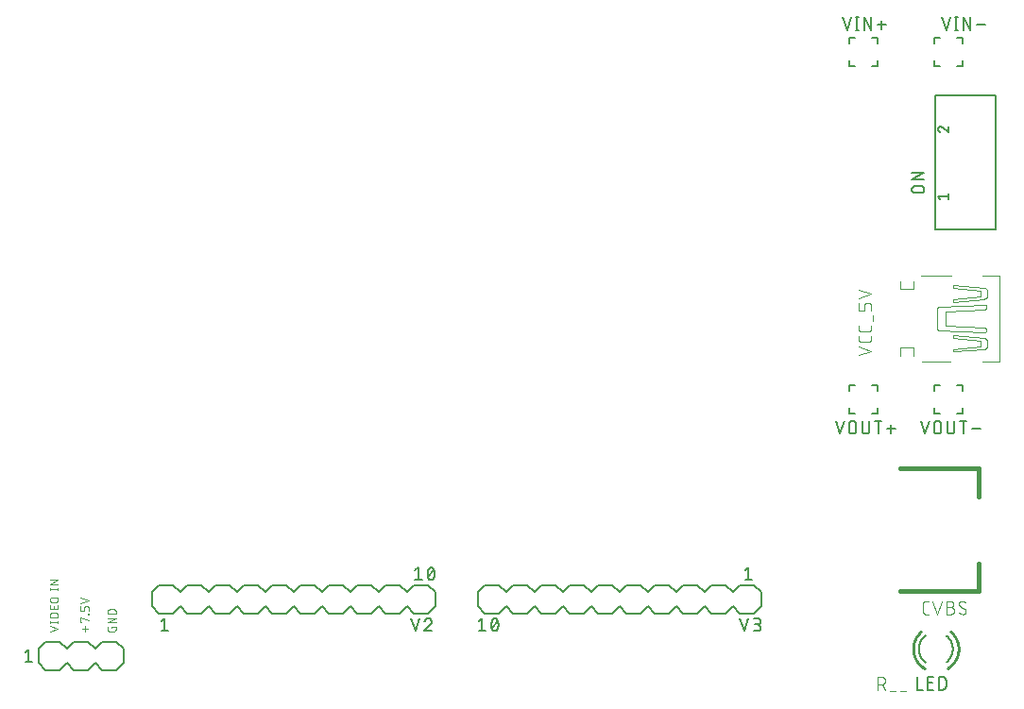
<source format=gbr>
G04 EAGLE Gerber RS-274X export*
G75*
%MOMM*%
%FSLAX34Y34*%
%LPD*%
%AMOC8*
5,1,8,0,0,1.08239X$1,22.5*%
G01*
%ADD10C,0.076200*%
%ADD11C,0.101600*%
%ADD12C,0.152400*%
%ADD13C,0.127000*%
%ADD14C,0.254000*%
%ADD15C,0.409600*%


D10*
X98933Y61341D02*
X106299Y63796D01*
X98933Y66252D01*
X98933Y69648D02*
X106299Y69648D01*
X106299Y68830D02*
X106299Y70467D01*
X98933Y70467D02*
X98933Y68830D01*
X98933Y73698D02*
X106299Y73698D01*
X98933Y73698D02*
X98933Y75744D01*
X98935Y75833D01*
X98941Y75922D01*
X98951Y76011D01*
X98964Y76099D01*
X98981Y76187D01*
X99003Y76274D01*
X99028Y76359D01*
X99056Y76444D01*
X99089Y76527D01*
X99125Y76609D01*
X99164Y76689D01*
X99207Y76767D01*
X99253Y76843D01*
X99303Y76918D01*
X99356Y76990D01*
X99412Y77059D01*
X99471Y77126D01*
X99532Y77191D01*
X99597Y77252D01*
X99664Y77311D01*
X99733Y77367D01*
X99805Y77420D01*
X99880Y77470D01*
X99956Y77516D01*
X100034Y77559D01*
X100114Y77598D01*
X100196Y77634D01*
X100279Y77667D01*
X100364Y77695D01*
X100449Y77720D01*
X100536Y77742D01*
X100624Y77759D01*
X100712Y77772D01*
X100801Y77782D01*
X100890Y77788D01*
X100979Y77790D01*
X100979Y77791D02*
X104253Y77791D01*
X104253Y77790D02*
X104342Y77788D01*
X104431Y77782D01*
X104520Y77772D01*
X104608Y77759D01*
X104696Y77742D01*
X104783Y77720D01*
X104868Y77695D01*
X104953Y77667D01*
X105036Y77634D01*
X105118Y77598D01*
X105198Y77559D01*
X105276Y77516D01*
X105352Y77470D01*
X105427Y77420D01*
X105499Y77367D01*
X105568Y77311D01*
X105635Y77252D01*
X105700Y77191D01*
X105761Y77126D01*
X105820Y77059D01*
X105876Y76990D01*
X105929Y76918D01*
X105979Y76843D01*
X106025Y76767D01*
X106068Y76689D01*
X106107Y76609D01*
X106143Y76527D01*
X106176Y76444D01*
X106204Y76359D01*
X106229Y76274D01*
X106251Y76187D01*
X106268Y76099D01*
X106281Y76011D01*
X106291Y75922D01*
X106297Y75833D01*
X106299Y75744D01*
X106299Y73698D01*
X106299Y81517D02*
X106299Y84791D01*
X106299Y81517D02*
X98933Y81517D01*
X98933Y84791D01*
X102207Y83972D02*
X102207Y81517D01*
X100979Y87597D02*
X104253Y87597D01*
X100979Y87597D02*
X100890Y87599D01*
X100801Y87605D01*
X100712Y87615D01*
X100624Y87628D01*
X100536Y87645D01*
X100449Y87667D01*
X100364Y87692D01*
X100279Y87720D01*
X100196Y87753D01*
X100114Y87789D01*
X100034Y87828D01*
X99956Y87871D01*
X99880Y87917D01*
X99805Y87967D01*
X99733Y88020D01*
X99664Y88076D01*
X99597Y88135D01*
X99532Y88196D01*
X99471Y88261D01*
X99412Y88328D01*
X99356Y88397D01*
X99303Y88469D01*
X99253Y88544D01*
X99207Y88620D01*
X99164Y88698D01*
X99125Y88778D01*
X99089Y88860D01*
X99056Y88943D01*
X99028Y89028D01*
X99003Y89113D01*
X98981Y89200D01*
X98964Y89288D01*
X98951Y89376D01*
X98941Y89465D01*
X98935Y89554D01*
X98933Y89643D01*
X98935Y89732D01*
X98941Y89821D01*
X98951Y89910D01*
X98964Y89998D01*
X98981Y90086D01*
X99003Y90173D01*
X99028Y90258D01*
X99056Y90343D01*
X99089Y90426D01*
X99125Y90508D01*
X99164Y90588D01*
X99207Y90666D01*
X99253Y90742D01*
X99303Y90817D01*
X99356Y90889D01*
X99412Y90958D01*
X99471Y91025D01*
X99532Y91090D01*
X99597Y91151D01*
X99664Y91210D01*
X99733Y91266D01*
X99805Y91319D01*
X99880Y91369D01*
X99956Y91415D01*
X100034Y91458D01*
X100114Y91497D01*
X100196Y91533D01*
X100279Y91566D01*
X100364Y91594D01*
X100449Y91619D01*
X100536Y91641D01*
X100624Y91658D01*
X100712Y91671D01*
X100801Y91681D01*
X100890Y91687D01*
X100979Y91689D01*
X104253Y91689D01*
X104342Y91687D01*
X104431Y91681D01*
X104520Y91671D01*
X104608Y91658D01*
X104696Y91641D01*
X104783Y91619D01*
X104868Y91594D01*
X104953Y91566D01*
X105036Y91533D01*
X105118Y91497D01*
X105198Y91458D01*
X105276Y91415D01*
X105352Y91369D01*
X105427Y91319D01*
X105499Y91266D01*
X105568Y91210D01*
X105635Y91151D01*
X105700Y91090D01*
X105761Y91025D01*
X105820Y90958D01*
X105876Y90889D01*
X105929Y90817D01*
X105979Y90742D01*
X106025Y90666D01*
X106068Y90588D01*
X106107Y90508D01*
X106143Y90426D01*
X106176Y90343D01*
X106204Y90258D01*
X106229Y90173D01*
X106251Y90086D01*
X106268Y89998D01*
X106281Y89910D01*
X106291Y89821D01*
X106297Y89732D01*
X106299Y89643D01*
X106297Y89554D01*
X106291Y89465D01*
X106281Y89376D01*
X106268Y89288D01*
X106251Y89200D01*
X106229Y89113D01*
X106204Y89028D01*
X106176Y88943D01*
X106143Y88860D01*
X106107Y88778D01*
X106068Y88698D01*
X106025Y88620D01*
X105979Y88544D01*
X105929Y88469D01*
X105876Y88397D01*
X105820Y88328D01*
X105761Y88261D01*
X105700Y88196D01*
X105635Y88135D01*
X105568Y88076D01*
X105499Y88020D01*
X105427Y87967D01*
X105352Y87917D01*
X105276Y87871D01*
X105198Y87828D01*
X105118Y87789D01*
X105036Y87753D01*
X104953Y87720D01*
X104868Y87692D01*
X104783Y87667D01*
X104696Y87645D01*
X104608Y87628D01*
X104520Y87615D01*
X104431Y87605D01*
X104342Y87599D01*
X104253Y87597D01*
X106299Y99397D02*
X98933Y99397D01*
X106299Y98578D02*
X106299Y100215D01*
X98933Y100215D02*
X98933Y98578D01*
X98933Y103447D02*
X106299Y103447D01*
X106299Y107539D02*
X98933Y103447D01*
X98933Y107539D02*
X106299Y107539D01*
X130866Y66252D02*
X130866Y61341D01*
X128411Y63796D02*
X133322Y63796D01*
X127183Y69553D02*
X126365Y69553D01*
X126365Y73645D01*
X133731Y71599D01*
X133731Y76515D02*
X133322Y76515D01*
X133322Y76924D01*
X133731Y76924D01*
X133731Y76515D01*
X133731Y79794D02*
X133731Y82250D01*
X133729Y82328D01*
X133724Y82406D01*
X133714Y82483D01*
X133701Y82560D01*
X133685Y82636D01*
X133665Y82711D01*
X133641Y82785D01*
X133614Y82858D01*
X133583Y82930D01*
X133549Y83000D01*
X133512Y83069D01*
X133471Y83135D01*
X133427Y83200D01*
X133381Y83262D01*
X133331Y83322D01*
X133279Y83380D01*
X133224Y83435D01*
X133166Y83487D01*
X133106Y83537D01*
X133044Y83583D01*
X132979Y83627D01*
X132913Y83668D01*
X132844Y83705D01*
X132774Y83739D01*
X132702Y83770D01*
X132629Y83797D01*
X132555Y83821D01*
X132480Y83841D01*
X132404Y83857D01*
X132327Y83870D01*
X132250Y83880D01*
X132172Y83885D01*
X132094Y83887D01*
X131276Y83887D01*
X131196Y83885D01*
X131116Y83879D01*
X131036Y83869D01*
X130957Y83856D01*
X130878Y83838D01*
X130801Y83817D01*
X130725Y83791D01*
X130650Y83762D01*
X130576Y83730D01*
X130504Y83694D01*
X130434Y83654D01*
X130367Y83611D01*
X130301Y83565D01*
X130238Y83515D01*
X130177Y83463D01*
X130118Y83408D01*
X130063Y83349D01*
X130011Y83289D01*
X129961Y83225D01*
X129915Y83159D01*
X129872Y83092D01*
X129832Y83022D01*
X129796Y82950D01*
X129764Y82876D01*
X129735Y82802D01*
X129709Y82725D01*
X129688Y82648D01*
X129670Y82569D01*
X129657Y82490D01*
X129647Y82410D01*
X129641Y82330D01*
X129639Y82250D01*
X129639Y79794D01*
X126365Y79794D01*
X126365Y83887D01*
X126365Y86700D02*
X133731Y89156D01*
X126365Y91611D01*
X154023Y65433D02*
X154023Y64206D01*
X154023Y65433D02*
X158115Y65433D01*
X158115Y62978D01*
X158113Y62900D01*
X158108Y62822D01*
X158098Y62745D01*
X158085Y62668D01*
X158069Y62592D01*
X158049Y62517D01*
X158025Y62443D01*
X157998Y62370D01*
X157967Y62298D01*
X157933Y62228D01*
X157896Y62160D01*
X157855Y62093D01*
X157811Y62028D01*
X157765Y61966D01*
X157715Y61906D01*
X157663Y61848D01*
X157608Y61793D01*
X157550Y61741D01*
X157490Y61691D01*
X157428Y61645D01*
X157363Y61601D01*
X157297Y61560D01*
X157228Y61523D01*
X157158Y61489D01*
X157086Y61458D01*
X157013Y61431D01*
X156939Y61407D01*
X156864Y61387D01*
X156788Y61371D01*
X156711Y61358D01*
X156634Y61348D01*
X156556Y61343D01*
X156478Y61341D01*
X152386Y61341D01*
X152306Y61343D01*
X152226Y61349D01*
X152146Y61359D01*
X152067Y61372D01*
X151988Y61390D01*
X151911Y61411D01*
X151835Y61437D01*
X151760Y61466D01*
X151686Y61498D01*
X151614Y61534D01*
X151544Y61574D01*
X151477Y61617D01*
X151411Y61663D01*
X151348Y61713D01*
X151287Y61765D01*
X151228Y61820D01*
X151173Y61879D01*
X151121Y61939D01*
X151071Y62003D01*
X151025Y62068D01*
X150982Y62136D01*
X150942Y62206D01*
X150906Y62278D01*
X150874Y62352D01*
X150845Y62426D01*
X150820Y62503D01*
X150798Y62580D01*
X150780Y62659D01*
X150767Y62738D01*
X150757Y62817D01*
X150751Y62898D01*
X150749Y62978D01*
X150749Y65433D01*
X150749Y69144D02*
X158115Y69144D01*
X158115Y73236D02*
X150749Y69144D01*
X150749Y73236D02*
X158115Y73236D01*
X158115Y76947D02*
X150749Y76947D01*
X150749Y78993D01*
X150751Y79082D01*
X150757Y79171D01*
X150767Y79260D01*
X150780Y79348D01*
X150797Y79436D01*
X150819Y79523D01*
X150844Y79608D01*
X150872Y79693D01*
X150905Y79776D01*
X150941Y79858D01*
X150980Y79938D01*
X151023Y80016D01*
X151069Y80092D01*
X151119Y80167D01*
X151172Y80239D01*
X151228Y80308D01*
X151287Y80375D01*
X151348Y80440D01*
X151413Y80501D01*
X151480Y80560D01*
X151549Y80616D01*
X151621Y80669D01*
X151696Y80719D01*
X151772Y80765D01*
X151850Y80808D01*
X151930Y80847D01*
X152012Y80883D01*
X152095Y80916D01*
X152180Y80944D01*
X152265Y80969D01*
X152352Y80991D01*
X152440Y81008D01*
X152528Y81021D01*
X152617Y81031D01*
X152706Y81037D01*
X152795Y81039D01*
X156069Y81039D01*
X156158Y81037D01*
X156247Y81031D01*
X156336Y81021D01*
X156424Y81008D01*
X156512Y80991D01*
X156599Y80969D01*
X156684Y80944D01*
X156769Y80916D01*
X156852Y80883D01*
X156934Y80847D01*
X157014Y80808D01*
X157092Y80765D01*
X157168Y80719D01*
X157243Y80669D01*
X157315Y80616D01*
X157384Y80560D01*
X157451Y80501D01*
X157516Y80440D01*
X157577Y80375D01*
X157636Y80308D01*
X157692Y80239D01*
X157745Y80167D01*
X157795Y80092D01*
X157841Y80016D01*
X157884Y79938D01*
X157923Y79858D01*
X157959Y79776D01*
X157992Y79693D01*
X158020Y79608D01*
X158045Y79523D01*
X158067Y79436D01*
X158084Y79348D01*
X158097Y79260D01*
X158107Y79171D01*
X158113Y79082D01*
X158115Y78993D01*
X158115Y76947D01*
D11*
X861350Y315832D02*
X872656Y315832D01*
X949982Y303345D02*
X949982Y380291D01*
X872656Y368816D02*
X861181Y368816D01*
X949936Y380233D02*
X949936Y380232D01*
X949936Y303402D01*
X936439Y314304D02*
X908925Y312227D01*
X936439Y314304D02*
X936546Y314315D01*
X936652Y314328D01*
X936757Y314346D01*
X936862Y314368D01*
X936966Y314393D01*
X937069Y314422D01*
X937171Y314455D01*
X937271Y314491D01*
X937370Y314532D01*
X937468Y314575D01*
X937564Y314622D01*
X937658Y314673D01*
X937751Y314727D01*
X937841Y314784D01*
X937929Y314845D01*
X938015Y314909D01*
X938098Y314976D01*
X938179Y315045D01*
X938258Y315118D01*
X938334Y315194D01*
X938407Y315272D01*
X938477Y315353D01*
X938544Y315436D01*
X938608Y315522D01*
X938669Y315609D01*
X938726Y315700D01*
X938781Y315792D01*
X938832Y315886D01*
X938879Y315982D01*
X938923Y316079D01*
X938964Y316178D01*
X939001Y316278D01*
X939034Y316380D01*
X939034Y316381D02*
X939099Y316603D01*
X939159Y316827D01*
X939214Y317052D01*
X939263Y317279D01*
X939307Y317506D01*
X939346Y317735D01*
X939379Y317964D01*
X939406Y318195D01*
X939428Y318425D01*
X939445Y318657D01*
X939456Y318888D01*
X939461Y319120D01*
X939461Y319352D01*
X939456Y319584D01*
X939445Y319815D01*
X939428Y320047D01*
X939406Y320277D01*
X939379Y320508D01*
X939346Y320737D01*
X939307Y320966D01*
X939263Y321193D01*
X939214Y321420D01*
X939159Y321645D01*
X939099Y321869D01*
X939034Y322091D01*
X939001Y322193D01*
X938964Y322293D01*
X938923Y322392D01*
X938879Y322489D01*
X938832Y322585D01*
X938781Y322679D01*
X938726Y322771D01*
X938669Y322862D01*
X938608Y322949D01*
X938544Y323035D01*
X938477Y323118D01*
X938407Y323199D01*
X938334Y323277D01*
X938258Y323353D01*
X938179Y323426D01*
X938098Y323495D01*
X938015Y323562D01*
X937929Y323626D01*
X937841Y323687D01*
X937751Y323744D01*
X937658Y323798D01*
X937564Y323849D01*
X937468Y323896D01*
X937370Y323939D01*
X937271Y323980D01*
X937171Y324016D01*
X937069Y324049D01*
X936966Y324078D01*
X936862Y324103D01*
X936757Y324125D01*
X936652Y324143D01*
X936546Y324156D01*
X936439Y324167D01*
X908925Y326763D01*
X908925Y324686D01*
X932805Y322091D01*
X932805Y316899D01*
X908925Y314304D01*
X908925Y312227D01*
X895946Y331435D02*
X936438Y329359D01*
X895946Y331435D02*
X895854Y331442D01*
X895763Y331453D01*
X895672Y331467D01*
X895582Y331486D01*
X895493Y331508D01*
X895405Y331534D01*
X895318Y331563D01*
X895232Y331596D01*
X895148Y331633D01*
X895066Y331673D01*
X894985Y331716D01*
X894906Y331763D01*
X894829Y331813D01*
X894754Y331866D01*
X894681Y331923D01*
X894611Y331982D01*
X894544Y332044D01*
X894479Y332109D01*
X894416Y332177D01*
X894357Y332247D01*
X894301Y332320D01*
X894248Y332394D01*
X894198Y332472D01*
X894151Y332551D01*
X894107Y332631D01*
X894067Y332714D01*
X894031Y332798D01*
X893998Y332884D01*
X893968Y332971D01*
X893943Y333059D01*
X893921Y333149D01*
X893902Y333239D01*
X893888Y333329D01*
X893877Y333420D01*
X893870Y333512D01*
X936439Y329359D02*
X936527Y329361D01*
X936615Y329366D01*
X936703Y329376D01*
X936790Y329389D01*
X936876Y329406D01*
X936962Y329426D01*
X937047Y329450D01*
X937131Y329478D01*
X937213Y329509D01*
X937294Y329543D01*
X937374Y329581D01*
X937451Y329623D01*
X937527Y329667D01*
X937602Y329715D01*
X937673Y329766D01*
X937743Y329820D01*
X937811Y329877D01*
X937875Y329936D01*
X937938Y329999D01*
X937997Y330063D01*
X938054Y330131D01*
X938108Y330201D01*
X938159Y330272D01*
X938207Y330347D01*
X938251Y330423D01*
X938293Y330500D01*
X938331Y330580D01*
X938365Y330661D01*
X938396Y330743D01*
X938424Y330827D01*
X938448Y330912D01*
X938468Y330998D01*
X938485Y331084D01*
X938498Y331171D01*
X938508Y331259D01*
X938513Y331347D01*
X938515Y331435D01*
X938515Y331436D01*
X938513Y331524D01*
X938508Y331612D01*
X938498Y331700D01*
X938485Y331787D01*
X938468Y331873D01*
X938448Y331959D01*
X938424Y332044D01*
X938396Y332128D01*
X938365Y332210D01*
X938331Y332291D01*
X938293Y332371D01*
X938251Y332448D01*
X938207Y332524D01*
X938159Y332599D01*
X938108Y332670D01*
X938054Y332740D01*
X937997Y332808D01*
X937938Y332872D01*
X937875Y332935D01*
X937811Y332994D01*
X937743Y333051D01*
X937673Y333105D01*
X937602Y333156D01*
X937527Y333204D01*
X937451Y333248D01*
X937374Y333290D01*
X937294Y333328D01*
X937213Y333362D01*
X937131Y333393D01*
X937047Y333421D01*
X936962Y333445D01*
X936876Y333465D01*
X936790Y333482D01*
X936703Y333495D01*
X936615Y333505D01*
X936527Y333510D01*
X936439Y333512D01*
X902176Y335588D01*
X908925Y371407D02*
X936439Y369330D01*
X936546Y369319D01*
X936652Y369306D01*
X936757Y369288D01*
X936862Y369266D01*
X936966Y369241D01*
X937069Y369212D01*
X937171Y369179D01*
X937271Y369143D01*
X937370Y369102D01*
X937468Y369059D01*
X937564Y369012D01*
X937658Y368961D01*
X937751Y368907D01*
X937841Y368850D01*
X937929Y368789D01*
X938015Y368725D01*
X938098Y368658D01*
X938179Y368589D01*
X938258Y368516D01*
X938334Y368440D01*
X938407Y368362D01*
X938477Y368281D01*
X938544Y368198D01*
X938608Y368112D01*
X938669Y368025D01*
X938726Y367934D01*
X938781Y367842D01*
X938832Y367748D01*
X938879Y367652D01*
X938923Y367555D01*
X938964Y367456D01*
X939001Y367356D01*
X939034Y367254D01*
X939099Y367032D01*
X939159Y366808D01*
X939214Y366583D01*
X939263Y366356D01*
X939307Y366129D01*
X939346Y365900D01*
X939379Y365671D01*
X939406Y365440D01*
X939428Y365210D01*
X939445Y364978D01*
X939456Y364747D01*
X939461Y364515D01*
X939461Y364283D01*
X939456Y364051D01*
X939445Y363820D01*
X939428Y363588D01*
X939406Y363358D01*
X939379Y363127D01*
X939346Y362898D01*
X939307Y362669D01*
X939263Y362442D01*
X939214Y362215D01*
X939159Y361990D01*
X939099Y361766D01*
X939034Y361544D01*
X939034Y361543D02*
X939001Y361441D01*
X938964Y361341D01*
X938923Y361242D01*
X938879Y361145D01*
X938832Y361049D01*
X938781Y360955D01*
X938726Y360863D01*
X938669Y360772D01*
X938608Y360685D01*
X938544Y360599D01*
X938477Y360516D01*
X938407Y360435D01*
X938334Y360357D01*
X938258Y360281D01*
X938179Y360208D01*
X938098Y360139D01*
X938015Y360072D01*
X937929Y360008D01*
X937841Y359947D01*
X937751Y359890D01*
X937658Y359836D01*
X937564Y359785D01*
X937468Y359738D01*
X937370Y359695D01*
X937271Y359654D01*
X937171Y359618D01*
X937069Y359585D01*
X936966Y359556D01*
X936862Y359531D01*
X936757Y359509D01*
X936652Y359491D01*
X936546Y359478D01*
X936439Y359467D01*
X908925Y356871D01*
X908925Y358948D01*
X932805Y361543D01*
X932805Y366735D01*
X908925Y369330D01*
X908925Y371407D01*
X895946Y352199D02*
X936438Y354275D01*
X895946Y352199D02*
X895854Y352192D01*
X895763Y352181D01*
X895673Y352166D01*
X895583Y352148D01*
X895493Y352126D01*
X895405Y352100D01*
X895318Y352071D01*
X895233Y352038D01*
X895148Y352001D01*
X895066Y351961D01*
X894985Y351917D01*
X894906Y351871D01*
X894829Y351821D01*
X894754Y351767D01*
X894681Y351711D01*
X894611Y351652D01*
X894544Y351589D01*
X894479Y351524D01*
X894417Y351457D01*
X894357Y351387D01*
X894301Y351314D01*
X894248Y351239D01*
X894198Y351162D01*
X894151Y351083D01*
X894108Y351002D01*
X894068Y350920D01*
X894031Y350835D01*
X893998Y350750D01*
X893969Y350663D01*
X893943Y350575D01*
X893921Y350485D01*
X893902Y350395D01*
X893888Y350305D01*
X893877Y350214D01*
X893870Y350122D01*
X893870Y333511D01*
X936439Y354275D02*
X936527Y354273D01*
X936615Y354268D01*
X936703Y354258D01*
X936790Y354245D01*
X936876Y354228D01*
X936962Y354208D01*
X937047Y354184D01*
X937131Y354156D01*
X937213Y354125D01*
X937294Y354091D01*
X937374Y354053D01*
X937451Y354011D01*
X937527Y353967D01*
X937602Y353919D01*
X937673Y353868D01*
X937743Y353814D01*
X937811Y353757D01*
X937875Y353698D01*
X937938Y353635D01*
X937997Y353571D01*
X938054Y353503D01*
X938108Y353433D01*
X938159Y353362D01*
X938207Y353287D01*
X938251Y353211D01*
X938293Y353134D01*
X938331Y353054D01*
X938365Y352973D01*
X938396Y352891D01*
X938424Y352807D01*
X938448Y352722D01*
X938468Y352636D01*
X938485Y352550D01*
X938498Y352463D01*
X938508Y352375D01*
X938513Y352287D01*
X938515Y352199D01*
X938515Y352198D02*
X938513Y352110D01*
X938508Y352022D01*
X938498Y351934D01*
X938485Y351847D01*
X938468Y351761D01*
X938448Y351675D01*
X938424Y351590D01*
X938396Y351506D01*
X938365Y351424D01*
X938331Y351343D01*
X938293Y351263D01*
X938251Y351186D01*
X938207Y351110D01*
X938159Y351035D01*
X938108Y350964D01*
X938054Y350894D01*
X937997Y350826D01*
X937938Y350762D01*
X937875Y350699D01*
X937811Y350640D01*
X937743Y350583D01*
X937673Y350529D01*
X937602Y350478D01*
X937527Y350430D01*
X937451Y350386D01*
X937374Y350344D01*
X937294Y350306D01*
X937213Y350272D01*
X937131Y350241D01*
X937047Y350213D01*
X936962Y350189D01*
X936876Y350169D01*
X936790Y350152D01*
X936703Y350139D01*
X936615Y350129D01*
X936527Y350124D01*
X936439Y350122D01*
X902176Y348046D01*
X902176Y335586D01*
X934900Y380232D02*
X949936Y380232D01*
X949936Y303402D02*
X934901Y303403D01*
X906785Y380290D02*
X879912Y380290D01*
X880923Y303345D02*
X906277Y303346D01*
X861350Y308575D02*
X861350Y315832D01*
X872656Y315832D02*
X872655Y308575D01*
X872656Y368817D02*
X872656Y375060D01*
X861181Y375142D02*
X861181Y368816D01*
X835340Y312783D02*
X823656Y308888D01*
X823656Y316677D02*
X835340Y312783D01*
X835340Y323530D02*
X835340Y326127D01*
X835340Y323530D02*
X835338Y323431D01*
X835332Y323331D01*
X835323Y323232D01*
X835310Y323134D01*
X835293Y323036D01*
X835272Y322938D01*
X835247Y322842D01*
X835219Y322747D01*
X835187Y322653D01*
X835152Y322560D01*
X835113Y322468D01*
X835070Y322378D01*
X835025Y322290D01*
X834975Y322203D01*
X834923Y322119D01*
X834867Y322036D01*
X834809Y321956D01*
X834747Y321878D01*
X834682Y321803D01*
X834614Y321730D01*
X834544Y321660D01*
X834471Y321592D01*
X834396Y321527D01*
X834318Y321465D01*
X834238Y321407D01*
X834155Y321351D01*
X834071Y321299D01*
X833984Y321249D01*
X833896Y321204D01*
X833806Y321161D01*
X833714Y321122D01*
X833621Y321087D01*
X833527Y321055D01*
X833432Y321027D01*
X833336Y321002D01*
X833238Y320981D01*
X833140Y320964D01*
X833042Y320951D01*
X832943Y320942D01*
X832843Y320936D01*
X832744Y320934D01*
X826252Y320934D01*
X826252Y320933D02*
X826153Y320935D01*
X826053Y320941D01*
X825954Y320950D01*
X825856Y320963D01*
X825758Y320981D01*
X825660Y321001D01*
X825564Y321026D01*
X825468Y321054D01*
X825374Y321086D01*
X825281Y321121D01*
X825190Y321160D01*
X825100Y321203D01*
X825011Y321248D01*
X824925Y321298D01*
X824840Y321350D01*
X824758Y321406D01*
X824678Y321465D01*
X824600Y321526D01*
X824524Y321591D01*
X824451Y321659D01*
X824381Y321729D01*
X824313Y321802D01*
X824248Y321878D01*
X824187Y321956D01*
X824128Y322036D01*
X824072Y322118D01*
X824020Y322203D01*
X823971Y322289D01*
X823925Y322378D01*
X823882Y322468D01*
X823843Y322559D01*
X823808Y322652D01*
X823776Y322746D01*
X823748Y322842D01*
X823723Y322938D01*
X823703Y323036D01*
X823685Y323134D01*
X823672Y323232D01*
X823663Y323331D01*
X823657Y323430D01*
X823655Y323530D01*
X823656Y323530D02*
X823656Y326127D01*
X835340Y333055D02*
X835340Y335652D01*
X835340Y333055D02*
X835338Y332956D01*
X835332Y332856D01*
X835323Y332757D01*
X835310Y332659D01*
X835293Y332561D01*
X835272Y332463D01*
X835247Y332367D01*
X835219Y332272D01*
X835187Y332178D01*
X835152Y332085D01*
X835113Y331993D01*
X835070Y331903D01*
X835025Y331815D01*
X834975Y331728D01*
X834923Y331644D01*
X834867Y331561D01*
X834809Y331481D01*
X834747Y331403D01*
X834682Y331328D01*
X834614Y331255D01*
X834544Y331185D01*
X834471Y331117D01*
X834396Y331052D01*
X834318Y330990D01*
X834238Y330932D01*
X834155Y330876D01*
X834071Y330824D01*
X833984Y330774D01*
X833896Y330729D01*
X833806Y330686D01*
X833714Y330647D01*
X833621Y330612D01*
X833527Y330580D01*
X833432Y330552D01*
X833336Y330527D01*
X833238Y330506D01*
X833140Y330489D01*
X833042Y330476D01*
X832943Y330467D01*
X832843Y330461D01*
X832744Y330459D01*
X826252Y330459D01*
X826252Y330458D02*
X826153Y330460D01*
X826053Y330466D01*
X825954Y330475D01*
X825856Y330488D01*
X825758Y330506D01*
X825660Y330526D01*
X825564Y330551D01*
X825468Y330579D01*
X825374Y330611D01*
X825281Y330646D01*
X825190Y330685D01*
X825100Y330728D01*
X825011Y330773D01*
X824925Y330823D01*
X824840Y330875D01*
X824758Y330931D01*
X824678Y330990D01*
X824600Y331051D01*
X824524Y331116D01*
X824451Y331184D01*
X824381Y331254D01*
X824313Y331327D01*
X824248Y331403D01*
X824187Y331481D01*
X824128Y331561D01*
X824072Y331643D01*
X824020Y331728D01*
X823971Y331814D01*
X823925Y331903D01*
X823882Y331993D01*
X823843Y332084D01*
X823808Y332177D01*
X823776Y332271D01*
X823748Y332367D01*
X823723Y332463D01*
X823703Y332561D01*
X823685Y332659D01*
X823672Y332757D01*
X823663Y332856D01*
X823657Y332955D01*
X823655Y333055D01*
X823656Y333055D02*
X823656Y335652D01*
X836638Y339523D02*
X836638Y344716D01*
X835340Y349161D02*
X835340Y353056D01*
X835338Y353155D01*
X835332Y353255D01*
X835323Y353354D01*
X835310Y353452D01*
X835293Y353550D01*
X835272Y353648D01*
X835247Y353744D01*
X835219Y353839D01*
X835187Y353933D01*
X835152Y354026D01*
X835113Y354118D01*
X835070Y354208D01*
X835025Y354296D01*
X834975Y354383D01*
X834923Y354467D01*
X834867Y354550D01*
X834809Y354630D01*
X834747Y354708D01*
X834682Y354783D01*
X834614Y354856D01*
X834544Y354926D01*
X834471Y354994D01*
X834396Y355059D01*
X834318Y355121D01*
X834238Y355179D01*
X834155Y355235D01*
X834071Y355287D01*
X833984Y355337D01*
X833896Y355382D01*
X833806Y355425D01*
X833714Y355464D01*
X833621Y355499D01*
X833527Y355531D01*
X833432Y355559D01*
X833336Y355584D01*
X833238Y355605D01*
X833140Y355622D01*
X833042Y355635D01*
X832943Y355644D01*
X832843Y355650D01*
X832744Y355652D01*
X831445Y355652D01*
X831346Y355650D01*
X831246Y355644D01*
X831147Y355635D01*
X831049Y355622D01*
X830951Y355605D01*
X830853Y355584D01*
X830757Y355559D01*
X830662Y355531D01*
X830568Y355499D01*
X830475Y355464D01*
X830383Y355425D01*
X830293Y355382D01*
X830205Y355337D01*
X830118Y355287D01*
X830034Y355235D01*
X829951Y355179D01*
X829871Y355121D01*
X829793Y355059D01*
X829718Y354994D01*
X829645Y354926D01*
X829575Y354856D01*
X829507Y354783D01*
X829442Y354708D01*
X829380Y354630D01*
X829322Y354550D01*
X829266Y354467D01*
X829214Y354383D01*
X829164Y354296D01*
X829119Y354208D01*
X829076Y354118D01*
X829037Y354026D01*
X829002Y353933D01*
X828970Y353839D01*
X828942Y353744D01*
X828917Y353648D01*
X828896Y353550D01*
X828879Y353452D01*
X828866Y353354D01*
X828857Y353255D01*
X828851Y353155D01*
X828849Y353056D01*
X828849Y349161D01*
X823656Y349161D01*
X823656Y355652D01*
X823656Y359942D02*
X835340Y363837D01*
X823656Y367731D01*
D12*
X209550Y102870D02*
X196850Y102870D01*
X209550Y102870D02*
X215900Y96520D01*
X215900Y83820D02*
X209550Y77470D01*
X215900Y96520D02*
X222250Y102870D01*
X234950Y102870D01*
X241300Y96520D01*
X241300Y83820D02*
X234950Y77470D01*
X222250Y77470D01*
X215900Y83820D01*
X190500Y83820D02*
X190500Y96520D01*
X196850Y102870D01*
X190500Y83820D02*
X196850Y77470D01*
X209550Y77470D01*
X241300Y96520D02*
X247650Y102870D01*
X260350Y102870D01*
X266700Y96520D01*
X266700Y83820D02*
X260350Y77470D01*
X247650Y77470D01*
X241300Y83820D01*
X273050Y102870D02*
X285750Y102870D01*
X292100Y96520D01*
X292100Y83820D02*
X285750Y77470D01*
X266700Y96520D02*
X273050Y102870D01*
X266700Y83820D02*
X273050Y77470D01*
X285750Y77470D01*
X298450Y102870D02*
X311150Y102870D01*
X317500Y96520D01*
X317500Y83820D02*
X311150Y77470D01*
X317500Y96520D02*
X323850Y102870D01*
X336550Y102870D01*
X342900Y96520D01*
X342900Y83820D02*
X336550Y77470D01*
X323850Y77470D01*
X317500Y83820D01*
X298450Y102870D02*
X292100Y96520D01*
X292100Y83820D02*
X298450Y77470D01*
X311150Y77470D01*
X342900Y96520D02*
X349250Y102870D01*
X361950Y102870D01*
X368300Y96520D01*
X368300Y83820D02*
X361950Y77470D01*
X349250Y77470D01*
X342900Y83820D01*
X374650Y102870D02*
X387350Y102870D01*
X393700Y96520D01*
X393700Y83820D02*
X387350Y77470D01*
X368300Y96520D02*
X374650Y102870D01*
X368300Y83820D02*
X374650Y77470D01*
X387350Y77470D01*
X400050Y102870D02*
X412750Y102870D01*
X419100Y96520D01*
X419100Y83820D02*
X412750Y77470D01*
X419100Y96520D02*
X425450Y102870D01*
X438150Y102870D01*
X444500Y96520D01*
X444500Y83820D02*
X438150Y77470D01*
X425450Y77470D01*
X419100Y83820D01*
X400050Y102870D02*
X393700Y96520D01*
X393700Y83820D02*
X400050Y77470D01*
X412750Y77470D01*
X444500Y83820D02*
X444500Y96520D01*
D13*
X201930Y73025D02*
X198755Y70485D01*
X201930Y73025D02*
X201930Y61595D01*
X198755Y61595D02*
X205105Y61595D01*
X426085Y116205D02*
X429260Y118745D01*
X429260Y107315D01*
X426085Y107315D02*
X432435Y107315D01*
X437515Y113030D02*
X437518Y113255D01*
X437526Y113480D01*
X437539Y113704D01*
X437558Y113928D01*
X437582Y114152D01*
X437611Y114375D01*
X437646Y114597D01*
X437686Y114818D01*
X437732Y115038D01*
X437782Y115257D01*
X437838Y115475D01*
X437899Y115692D01*
X437965Y115907D01*
X438036Y116120D01*
X438113Y116331D01*
X438194Y116541D01*
X438280Y116749D01*
X438371Y116954D01*
X438467Y117157D01*
X438467Y117158D02*
X438499Y117246D01*
X438535Y117333D01*
X438574Y117419D01*
X438617Y117503D01*
X438663Y117585D01*
X438712Y117665D01*
X438764Y117743D01*
X438820Y117819D01*
X438878Y117893D01*
X438940Y117964D01*
X439004Y118033D01*
X439071Y118099D01*
X439140Y118162D01*
X439212Y118223D01*
X439286Y118281D01*
X439363Y118335D01*
X439441Y118387D01*
X439522Y118435D01*
X439604Y118480D01*
X439689Y118522D01*
X439775Y118560D01*
X439862Y118595D01*
X439950Y118627D01*
X440040Y118654D01*
X440131Y118679D01*
X440223Y118699D01*
X440315Y118716D01*
X440409Y118729D01*
X440502Y118738D01*
X440596Y118744D01*
X440690Y118746D01*
X440784Y118744D01*
X440878Y118738D01*
X440971Y118729D01*
X441065Y118716D01*
X441157Y118699D01*
X441249Y118679D01*
X441340Y118654D01*
X441430Y118627D01*
X441518Y118595D01*
X441605Y118560D01*
X441691Y118522D01*
X441776Y118480D01*
X441858Y118435D01*
X441939Y118387D01*
X442017Y118335D01*
X442094Y118281D01*
X442168Y118223D01*
X442240Y118162D01*
X442309Y118099D01*
X442376Y118033D01*
X442440Y117964D01*
X442502Y117893D01*
X442560Y117819D01*
X442616Y117743D01*
X442668Y117665D01*
X442717Y117585D01*
X442763Y117503D01*
X442806Y117419D01*
X442845Y117333D01*
X442881Y117246D01*
X442913Y117158D01*
X442913Y117157D02*
X443009Y116954D01*
X443100Y116749D01*
X443186Y116541D01*
X443267Y116331D01*
X443344Y116120D01*
X443415Y115907D01*
X443481Y115692D01*
X443542Y115475D01*
X443598Y115257D01*
X443648Y115038D01*
X443694Y114818D01*
X443734Y114597D01*
X443769Y114375D01*
X443798Y114152D01*
X443822Y113928D01*
X443841Y113704D01*
X443854Y113480D01*
X443862Y113255D01*
X443865Y113030D01*
X437515Y113030D02*
X437518Y112805D01*
X437526Y112580D01*
X437539Y112356D01*
X437558Y112132D01*
X437582Y111908D01*
X437611Y111685D01*
X437646Y111463D01*
X437686Y111242D01*
X437732Y111022D01*
X437782Y110803D01*
X437838Y110585D01*
X437899Y110368D01*
X437965Y110153D01*
X438036Y109940D01*
X438113Y109729D01*
X438194Y109519D01*
X438280Y109311D01*
X438371Y109106D01*
X438467Y108903D01*
X438499Y108815D01*
X438535Y108728D01*
X438574Y108642D01*
X438617Y108558D01*
X438663Y108476D01*
X438712Y108396D01*
X438764Y108318D01*
X438820Y108242D01*
X438878Y108168D01*
X438940Y108097D01*
X439004Y108028D01*
X439071Y107962D01*
X439140Y107899D01*
X439212Y107838D01*
X439286Y107780D01*
X439363Y107726D01*
X439441Y107674D01*
X439522Y107626D01*
X439604Y107581D01*
X439689Y107539D01*
X439775Y107501D01*
X439862Y107466D01*
X439950Y107434D01*
X440040Y107407D01*
X440131Y107382D01*
X440223Y107362D01*
X440315Y107345D01*
X440409Y107332D01*
X440502Y107323D01*
X440596Y107317D01*
X440690Y107315D01*
X442913Y108903D02*
X443009Y109106D01*
X443100Y109311D01*
X443186Y109519D01*
X443267Y109729D01*
X443344Y109940D01*
X443415Y110153D01*
X443481Y110368D01*
X443542Y110585D01*
X443598Y110803D01*
X443648Y111022D01*
X443694Y111242D01*
X443734Y111463D01*
X443769Y111685D01*
X443798Y111908D01*
X443822Y112132D01*
X443841Y112356D01*
X443854Y112580D01*
X443862Y112805D01*
X443865Y113030D01*
X442913Y108903D02*
X442881Y108815D01*
X442845Y108728D01*
X442806Y108642D01*
X442763Y108558D01*
X442717Y108476D01*
X442668Y108396D01*
X442616Y108318D01*
X442560Y108242D01*
X442502Y108168D01*
X442440Y108097D01*
X442376Y108028D01*
X442309Y107962D01*
X442240Y107899D01*
X442168Y107838D01*
X442094Y107780D01*
X442017Y107726D01*
X441939Y107674D01*
X441858Y107626D01*
X441776Y107581D01*
X441691Y107539D01*
X441605Y107501D01*
X441518Y107466D01*
X441430Y107434D01*
X441340Y107407D01*
X441249Y107382D01*
X441157Y107362D01*
X441065Y107345D01*
X440971Y107332D01*
X440878Y107323D01*
X440784Y107317D01*
X440690Y107315D01*
X438150Y109855D02*
X443230Y116205D01*
X422783Y73025D02*
X426593Y61595D01*
X430403Y73025D01*
X438341Y73026D02*
X438445Y73024D01*
X438550Y73018D01*
X438654Y73009D01*
X438757Y72996D01*
X438860Y72978D01*
X438962Y72958D01*
X439064Y72933D01*
X439164Y72905D01*
X439264Y72873D01*
X439362Y72837D01*
X439459Y72798D01*
X439554Y72756D01*
X439648Y72710D01*
X439740Y72660D01*
X439830Y72608D01*
X439918Y72552D01*
X440004Y72492D01*
X440088Y72430D01*
X440169Y72365D01*
X440248Y72297D01*
X440325Y72225D01*
X440398Y72152D01*
X440470Y72075D01*
X440538Y71996D01*
X440603Y71915D01*
X440665Y71831D01*
X440725Y71745D01*
X440781Y71657D01*
X440833Y71567D01*
X440883Y71475D01*
X440929Y71381D01*
X440971Y71286D01*
X441010Y71189D01*
X441046Y71091D01*
X441078Y70991D01*
X441106Y70891D01*
X441131Y70789D01*
X441151Y70687D01*
X441169Y70584D01*
X441182Y70481D01*
X441191Y70377D01*
X441197Y70272D01*
X441199Y70168D01*
X438341Y73025D02*
X438223Y73023D01*
X438104Y73017D01*
X437986Y73008D01*
X437869Y72995D01*
X437752Y72977D01*
X437635Y72957D01*
X437519Y72932D01*
X437404Y72904D01*
X437291Y72871D01*
X437178Y72836D01*
X437066Y72796D01*
X436956Y72754D01*
X436847Y72707D01*
X436739Y72657D01*
X436634Y72604D01*
X436530Y72547D01*
X436428Y72487D01*
X436328Y72424D01*
X436230Y72357D01*
X436134Y72288D01*
X436041Y72215D01*
X435950Y72139D01*
X435861Y72061D01*
X435775Y71979D01*
X435692Y71895D01*
X435611Y71809D01*
X435534Y71719D01*
X435459Y71628D01*
X435387Y71534D01*
X435318Y71437D01*
X435253Y71339D01*
X435190Y71238D01*
X435131Y71135D01*
X435075Y71031D01*
X435023Y70925D01*
X434974Y70817D01*
X434929Y70708D01*
X434887Y70597D01*
X434849Y70485D01*
X440246Y67946D02*
X440322Y68021D01*
X440397Y68100D01*
X440468Y68181D01*
X440537Y68265D01*
X440602Y68351D01*
X440664Y68439D01*
X440724Y68529D01*
X440780Y68621D01*
X440833Y68716D01*
X440882Y68812D01*
X440928Y68910D01*
X440971Y69009D01*
X441010Y69110D01*
X441045Y69212D01*
X441077Y69315D01*
X441105Y69419D01*
X441130Y69524D01*
X441151Y69631D01*
X441168Y69737D01*
X441181Y69844D01*
X441190Y69952D01*
X441196Y70060D01*
X441198Y70168D01*
X440246Y67945D02*
X434848Y61595D01*
X441198Y61595D01*
D12*
X107950Y52070D02*
X95250Y52070D01*
X107950Y52070D02*
X114300Y45720D01*
X114300Y33020D02*
X107950Y26670D01*
X114300Y45720D02*
X120650Y52070D01*
X133350Y52070D01*
X139700Y45720D01*
X139700Y33020D02*
X133350Y26670D01*
X120650Y26670D01*
X114300Y33020D01*
X88900Y33020D02*
X88900Y45720D01*
X95250Y52070D01*
X88900Y33020D02*
X95250Y26670D01*
X107950Y26670D01*
X139700Y45720D02*
X146050Y52070D01*
X158750Y52070D01*
X165100Y45720D01*
X165100Y33020D02*
X158750Y26670D01*
X146050Y26670D01*
X139700Y33020D01*
X165100Y33020D02*
X165100Y45720D01*
D13*
X80010Y45085D02*
X76835Y42545D01*
X80010Y45085D02*
X80010Y33655D01*
X76835Y33655D02*
X83185Y33655D01*
D12*
X840740Y588772D02*
X840740Y593852D01*
X835660Y593852D01*
X820420Y593852D02*
X815340Y593852D01*
X815340Y588772D01*
X815340Y573532D02*
X815340Y568452D01*
X820420Y568452D01*
X835660Y568452D02*
X840740Y568452D01*
X840740Y573532D01*
D13*
X813435Y600837D02*
X809625Y612267D01*
X817245Y612267D02*
X813435Y600837D01*
X822579Y600837D02*
X822579Y612267D01*
X821309Y600837D02*
X823849Y600837D01*
X823849Y612267D02*
X821309Y612267D01*
X828929Y612267D02*
X828929Y600837D01*
X835279Y600837D02*
X828929Y612267D01*
X835279Y612267D02*
X835279Y600837D01*
X840867Y605282D02*
X848487Y605282D01*
X844677Y601472D02*
X844677Y609092D01*
D12*
X916940Y593852D02*
X916940Y588772D01*
X916940Y593852D02*
X911860Y593852D01*
X896620Y593852D02*
X891540Y593852D01*
X891540Y588772D01*
X891540Y573532D02*
X891540Y568452D01*
X896620Y568452D01*
X911860Y568452D02*
X916940Y568452D01*
X916940Y573532D01*
D13*
X902335Y600837D02*
X898525Y612267D01*
X906145Y612267D02*
X902335Y600837D01*
X911479Y600837D02*
X911479Y612267D01*
X910209Y600837D02*
X912749Y600837D01*
X912749Y612267D02*
X910209Y612267D01*
X917829Y612267D02*
X917829Y600837D01*
X924179Y600837D02*
X917829Y612267D01*
X924179Y612267D02*
X924179Y600837D01*
X929767Y605282D02*
X937387Y605282D01*
D12*
X840740Y282448D02*
X840740Y277368D01*
X840740Y282448D02*
X835660Y282448D01*
X820420Y282448D02*
X815340Y282448D01*
X815340Y277368D01*
X815340Y262128D02*
X815340Y257048D01*
X820420Y257048D01*
X835660Y257048D02*
X840740Y257048D01*
X840740Y262128D01*
D13*
X803275Y250063D02*
X807085Y238633D01*
X810895Y250063D01*
X815340Y246888D02*
X815340Y241808D01*
X815340Y246888D02*
X815342Y246999D01*
X815348Y247109D01*
X815357Y247220D01*
X815371Y247330D01*
X815388Y247439D01*
X815409Y247548D01*
X815434Y247656D01*
X815463Y247763D01*
X815495Y247869D01*
X815531Y247974D01*
X815571Y248077D01*
X815614Y248179D01*
X815661Y248280D01*
X815712Y248379D01*
X815765Y248476D01*
X815822Y248570D01*
X815883Y248663D01*
X815946Y248754D01*
X816013Y248843D01*
X816083Y248929D01*
X816156Y249012D01*
X816231Y249094D01*
X816309Y249172D01*
X816391Y249247D01*
X816474Y249320D01*
X816560Y249390D01*
X816649Y249457D01*
X816740Y249520D01*
X816833Y249581D01*
X816928Y249638D01*
X817024Y249691D01*
X817123Y249742D01*
X817224Y249789D01*
X817326Y249832D01*
X817429Y249872D01*
X817534Y249908D01*
X817640Y249940D01*
X817747Y249969D01*
X817855Y249994D01*
X817964Y250015D01*
X818073Y250032D01*
X818183Y250046D01*
X818294Y250055D01*
X818404Y250061D01*
X818515Y250063D01*
X818626Y250061D01*
X818736Y250055D01*
X818847Y250046D01*
X818957Y250032D01*
X819066Y250015D01*
X819175Y249994D01*
X819283Y249969D01*
X819390Y249940D01*
X819496Y249908D01*
X819601Y249872D01*
X819704Y249832D01*
X819806Y249789D01*
X819907Y249742D01*
X820006Y249691D01*
X820103Y249638D01*
X820197Y249581D01*
X820290Y249520D01*
X820381Y249457D01*
X820470Y249390D01*
X820556Y249320D01*
X820639Y249247D01*
X820721Y249172D01*
X820799Y249094D01*
X820874Y249012D01*
X820947Y248929D01*
X821017Y248843D01*
X821084Y248754D01*
X821147Y248663D01*
X821208Y248570D01*
X821265Y248476D01*
X821318Y248379D01*
X821369Y248280D01*
X821416Y248179D01*
X821459Y248077D01*
X821499Y247974D01*
X821535Y247869D01*
X821567Y247763D01*
X821596Y247656D01*
X821621Y247548D01*
X821642Y247439D01*
X821659Y247330D01*
X821673Y247220D01*
X821682Y247109D01*
X821688Y246999D01*
X821690Y246888D01*
X821690Y241808D01*
X821688Y241697D01*
X821682Y241587D01*
X821673Y241476D01*
X821659Y241366D01*
X821642Y241257D01*
X821621Y241148D01*
X821596Y241040D01*
X821567Y240933D01*
X821535Y240827D01*
X821499Y240722D01*
X821459Y240619D01*
X821416Y240517D01*
X821369Y240416D01*
X821318Y240317D01*
X821265Y240220D01*
X821208Y240126D01*
X821147Y240033D01*
X821084Y239942D01*
X821017Y239853D01*
X820947Y239767D01*
X820874Y239684D01*
X820799Y239602D01*
X820721Y239524D01*
X820639Y239449D01*
X820556Y239376D01*
X820470Y239306D01*
X820381Y239239D01*
X820290Y239176D01*
X820197Y239115D01*
X820103Y239058D01*
X820006Y239005D01*
X819907Y238954D01*
X819806Y238907D01*
X819704Y238864D01*
X819601Y238824D01*
X819496Y238788D01*
X819390Y238756D01*
X819283Y238727D01*
X819175Y238702D01*
X819066Y238681D01*
X818957Y238664D01*
X818847Y238650D01*
X818736Y238641D01*
X818626Y238635D01*
X818515Y238633D01*
X818404Y238635D01*
X818294Y238641D01*
X818183Y238650D01*
X818073Y238664D01*
X817964Y238681D01*
X817855Y238702D01*
X817747Y238727D01*
X817640Y238756D01*
X817534Y238788D01*
X817429Y238824D01*
X817326Y238864D01*
X817224Y238907D01*
X817123Y238954D01*
X817024Y239005D01*
X816928Y239058D01*
X816833Y239115D01*
X816740Y239176D01*
X816649Y239239D01*
X816560Y239306D01*
X816474Y239376D01*
X816391Y239449D01*
X816309Y239524D01*
X816231Y239602D01*
X816156Y239684D01*
X816083Y239767D01*
X816013Y239853D01*
X815946Y239942D01*
X815883Y240033D01*
X815822Y240126D01*
X815765Y240221D01*
X815712Y240317D01*
X815661Y240416D01*
X815614Y240517D01*
X815571Y240619D01*
X815531Y240722D01*
X815495Y240827D01*
X815463Y240933D01*
X815434Y241040D01*
X815409Y241148D01*
X815388Y241257D01*
X815371Y241366D01*
X815357Y241476D01*
X815348Y241587D01*
X815342Y241697D01*
X815340Y241808D01*
X827151Y241808D02*
X827151Y250063D01*
X827151Y241808D02*
X827153Y241697D01*
X827159Y241587D01*
X827168Y241476D01*
X827182Y241366D01*
X827199Y241257D01*
X827220Y241148D01*
X827245Y241040D01*
X827274Y240933D01*
X827306Y240827D01*
X827342Y240722D01*
X827382Y240619D01*
X827425Y240517D01*
X827472Y240416D01*
X827523Y240317D01*
X827576Y240221D01*
X827633Y240126D01*
X827694Y240033D01*
X827757Y239942D01*
X827824Y239853D01*
X827894Y239767D01*
X827967Y239684D01*
X828042Y239602D01*
X828120Y239524D01*
X828202Y239449D01*
X828285Y239376D01*
X828371Y239306D01*
X828460Y239239D01*
X828551Y239176D01*
X828644Y239115D01*
X828739Y239058D01*
X828835Y239005D01*
X828934Y238954D01*
X829035Y238907D01*
X829137Y238864D01*
X829240Y238824D01*
X829345Y238788D01*
X829451Y238756D01*
X829558Y238727D01*
X829666Y238702D01*
X829775Y238681D01*
X829884Y238664D01*
X829994Y238650D01*
X830105Y238641D01*
X830215Y238635D01*
X830326Y238633D01*
X830437Y238635D01*
X830547Y238641D01*
X830658Y238650D01*
X830768Y238664D01*
X830877Y238681D01*
X830986Y238702D01*
X831094Y238727D01*
X831201Y238756D01*
X831307Y238788D01*
X831412Y238824D01*
X831515Y238864D01*
X831617Y238907D01*
X831718Y238954D01*
X831817Y239005D01*
X831914Y239058D01*
X832008Y239115D01*
X832101Y239176D01*
X832192Y239239D01*
X832281Y239306D01*
X832367Y239376D01*
X832450Y239449D01*
X832532Y239524D01*
X832610Y239602D01*
X832685Y239684D01*
X832758Y239767D01*
X832828Y239853D01*
X832895Y239942D01*
X832958Y240033D01*
X833019Y240126D01*
X833076Y240220D01*
X833129Y240317D01*
X833180Y240416D01*
X833227Y240517D01*
X833270Y240619D01*
X833310Y240722D01*
X833346Y240827D01*
X833378Y240933D01*
X833407Y241040D01*
X833432Y241148D01*
X833453Y241257D01*
X833470Y241366D01*
X833484Y241476D01*
X833493Y241587D01*
X833499Y241697D01*
X833501Y241808D01*
X833501Y250063D01*
X841375Y250063D02*
X841375Y238633D01*
X838200Y250063D02*
X844550Y250063D01*
X848995Y243078D02*
X856615Y243078D01*
X852805Y239268D02*
X852805Y246888D01*
D12*
X916940Y277368D02*
X916940Y282448D01*
X911860Y282448D01*
X896620Y282448D02*
X891540Y282448D01*
X891540Y277368D01*
X891540Y262128D02*
X891540Y257048D01*
X896620Y257048D01*
X911860Y257048D02*
X916940Y257048D01*
X916940Y262128D01*
D13*
X879475Y250063D02*
X883285Y238633D01*
X887095Y250063D01*
X891540Y246888D02*
X891540Y241808D01*
X891540Y246888D02*
X891542Y246999D01*
X891548Y247109D01*
X891557Y247220D01*
X891571Y247330D01*
X891588Y247439D01*
X891609Y247548D01*
X891634Y247656D01*
X891663Y247763D01*
X891695Y247869D01*
X891731Y247974D01*
X891771Y248077D01*
X891814Y248179D01*
X891861Y248280D01*
X891912Y248379D01*
X891965Y248476D01*
X892022Y248570D01*
X892083Y248663D01*
X892146Y248754D01*
X892213Y248843D01*
X892283Y248929D01*
X892356Y249012D01*
X892431Y249094D01*
X892509Y249172D01*
X892591Y249247D01*
X892674Y249320D01*
X892760Y249390D01*
X892849Y249457D01*
X892940Y249520D01*
X893033Y249581D01*
X893128Y249638D01*
X893224Y249691D01*
X893323Y249742D01*
X893424Y249789D01*
X893526Y249832D01*
X893629Y249872D01*
X893734Y249908D01*
X893840Y249940D01*
X893947Y249969D01*
X894055Y249994D01*
X894164Y250015D01*
X894273Y250032D01*
X894383Y250046D01*
X894494Y250055D01*
X894604Y250061D01*
X894715Y250063D01*
X894826Y250061D01*
X894936Y250055D01*
X895047Y250046D01*
X895157Y250032D01*
X895266Y250015D01*
X895375Y249994D01*
X895483Y249969D01*
X895590Y249940D01*
X895696Y249908D01*
X895801Y249872D01*
X895904Y249832D01*
X896006Y249789D01*
X896107Y249742D01*
X896206Y249691D01*
X896303Y249638D01*
X896397Y249581D01*
X896490Y249520D01*
X896581Y249457D01*
X896670Y249390D01*
X896756Y249320D01*
X896839Y249247D01*
X896921Y249172D01*
X896999Y249094D01*
X897074Y249012D01*
X897147Y248929D01*
X897217Y248843D01*
X897284Y248754D01*
X897347Y248663D01*
X897408Y248570D01*
X897465Y248476D01*
X897518Y248379D01*
X897569Y248280D01*
X897616Y248179D01*
X897659Y248077D01*
X897699Y247974D01*
X897735Y247869D01*
X897767Y247763D01*
X897796Y247656D01*
X897821Y247548D01*
X897842Y247439D01*
X897859Y247330D01*
X897873Y247220D01*
X897882Y247109D01*
X897888Y246999D01*
X897890Y246888D01*
X897890Y241808D01*
X897888Y241697D01*
X897882Y241587D01*
X897873Y241476D01*
X897859Y241366D01*
X897842Y241257D01*
X897821Y241148D01*
X897796Y241040D01*
X897767Y240933D01*
X897735Y240827D01*
X897699Y240722D01*
X897659Y240619D01*
X897616Y240517D01*
X897569Y240416D01*
X897518Y240317D01*
X897465Y240220D01*
X897408Y240126D01*
X897347Y240033D01*
X897284Y239942D01*
X897217Y239853D01*
X897147Y239767D01*
X897074Y239684D01*
X896999Y239602D01*
X896921Y239524D01*
X896839Y239449D01*
X896756Y239376D01*
X896670Y239306D01*
X896581Y239239D01*
X896490Y239176D01*
X896397Y239115D01*
X896303Y239058D01*
X896206Y239005D01*
X896107Y238954D01*
X896006Y238907D01*
X895904Y238864D01*
X895801Y238824D01*
X895696Y238788D01*
X895590Y238756D01*
X895483Y238727D01*
X895375Y238702D01*
X895266Y238681D01*
X895157Y238664D01*
X895047Y238650D01*
X894936Y238641D01*
X894826Y238635D01*
X894715Y238633D01*
X894604Y238635D01*
X894494Y238641D01*
X894383Y238650D01*
X894273Y238664D01*
X894164Y238681D01*
X894055Y238702D01*
X893947Y238727D01*
X893840Y238756D01*
X893734Y238788D01*
X893629Y238824D01*
X893526Y238864D01*
X893424Y238907D01*
X893323Y238954D01*
X893224Y239005D01*
X893128Y239058D01*
X893033Y239115D01*
X892940Y239176D01*
X892849Y239239D01*
X892760Y239306D01*
X892674Y239376D01*
X892591Y239449D01*
X892509Y239524D01*
X892431Y239602D01*
X892356Y239684D01*
X892283Y239767D01*
X892213Y239853D01*
X892146Y239942D01*
X892083Y240033D01*
X892022Y240126D01*
X891965Y240221D01*
X891912Y240317D01*
X891861Y240416D01*
X891814Y240517D01*
X891771Y240619D01*
X891731Y240722D01*
X891695Y240827D01*
X891663Y240933D01*
X891634Y241040D01*
X891609Y241148D01*
X891588Y241257D01*
X891571Y241366D01*
X891557Y241476D01*
X891548Y241587D01*
X891542Y241697D01*
X891540Y241808D01*
X903351Y241808D02*
X903351Y250063D01*
X903351Y241808D02*
X903353Y241697D01*
X903359Y241587D01*
X903368Y241476D01*
X903382Y241366D01*
X903399Y241257D01*
X903420Y241148D01*
X903445Y241040D01*
X903474Y240933D01*
X903506Y240827D01*
X903542Y240722D01*
X903582Y240619D01*
X903625Y240517D01*
X903672Y240416D01*
X903723Y240317D01*
X903776Y240221D01*
X903833Y240126D01*
X903894Y240033D01*
X903957Y239942D01*
X904024Y239853D01*
X904094Y239767D01*
X904167Y239684D01*
X904242Y239602D01*
X904320Y239524D01*
X904402Y239449D01*
X904485Y239376D01*
X904571Y239306D01*
X904660Y239239D01*
X904751Y239176D01*
X904844Y239115D01*
X904939Y239058D01*
X905035Y239005D01*
X905134Y238954D01*
X905235Y238907D01*
X905337Y238864D01*
X905440Y238824D01*
X905545Y238788D01*
X905651Y238756D01*
X905758Y238727D01*
X905866Y238702D01*
X905975Y238681D01*
X906084Y238664D01*
X906194Y238650D01*
X906305Y238641D01*
X906415Y238635D01*
X906526Y238633D01*
X906637Y238635D01*
X906747Y238641D01*
X906858Y238650D01*
X906968Y238664D01*
X907077Y238681D01*
X907186Y238702D01*
X907294Y238727D01*
X907401Y238756D01*
X907507Y238788D01*
X907612Y238824D01*
X907715Y238864D01*
X907817Y238907D01*
X907918Y238954D01*
X908017Y239005D01*
X908114Y239058D01*
X908208Y239115D01*
X908301Y239176D01*
X908392Y239239D01*
X908481Y239306D01*
X908567Y239376D01*
X908650Y239449D01*
X908732Y239524D01*
X908810Y239602D01*
X908885Y239684D01*
X908958Y239767D01*
X909028Y239853D01*
X909095Y239942D01*
X909158Y240033D01*
X909219Y240126D01*
X909276Y240220D01*
X909329Y240317D01*
X909380Y240416D01*
X909427Y240517D01*
X909470Y240619D01*
X909510Y240722D01*
X909546Y240827D01*
X909578Y240933D01*
X909607Y241040D01*
X909632Y241148D01*
X909653Y241257D01*
X909670Y241366D01*
X909684Y241476D01*
X909693Y241587D01*
X909699Y241697D01*
X909701Y241808D01*
X909701Y250063D01*
X917575Y250063D02*
X917575Y238633D01*
X914400Y250063D02*
X920750Y250063D01*
X925195Y243078D02*
X932815Y243078D01*
D12*
X730250Y77470D02*
X717550Y77470D01*
X711200Y83820D01*
X711200Y96520D02*
X717550Y102870D01*
X711200Y83820D02*
X704850Y77470D01*
X692150Y77470D01*
X685800Y83820D01*
X685800Y96520D02*
X692150Y102870D01*
X704850Y102870D01*
X711200Y96520D01*
X736600Y96520D02*
X736600Y83820D01*
X730250Y77470D01*
X736600Y96520D02*
X730250Y102870D01*
X717550Y102870D01*
X685800Y83820D02*
X679450Y77470D01*
X666750Y77470D01*
X660400Y83820D01*
X660400Y96520D02*
X666750Y102870D01*
X679450Y102870D01*
X685800Y96520D01*
X654050Y77470D02*
X641350Y77470D01*
X635000Y83820D01*
X635000Y96520D02*
X641350Y102870D01*
X660400Y83820D02*
X654050Y77470D01*
X660400Y96520D02*
X654050Y102870D01*
X641350Y102870D01*
X628650Y77470D02*
X615950Y77470D01*
X609600Y83820D01*
X609600Y96520D02*
X615950Y102870D01*
X609600Y83820D02*
X603250Y77470D01*
X590550Y77470D01*
X584200Y83820D01*
X584200Y96520D02*
X590550Y102870D01*
X603250Y102870D01*
X609600Y96520D01*
X628650Y77470D02*
X635000Y83820D01*
X635000Y96520D02*
X628650Y102870D01*
X615950Y102870D01*
X584200Y83820D02*
X577850Y77470D01*
X565150Y77470D01*
X558800Y83820D01*
X558800Y96520D02*
X565150Y102870D01*
X577850Y102870D01*
X584200Y96520D01*
X552450Y77470D02*
X539750Y77470D01*
X533400Y83820D01*
X533400Y96520D02*
X539750Y102870D01*
X558800Y83820D02*
X552450Y77470D01*
X558800Y96520D02*
X552450Y102870D01*
X539750Y102870D01*
X527050Y77470D02*
X514350Y77470D01*
X508000Y83820D01*
X508000Y96520D02*
X514350Y102870D01*
X508000Y83820D02*
X501650Y77470D01*
X488950Y77470D01*
X482600Y83820D01*
X482600Y96520D02*
X488950Y102870D01*
X501650Y102870D01*
X508000Y96520D01*
X527050Y77470D02*
X533400Y83820D01*
X533400Y96520D02*
X527050Y102870D01*
X514350Y102870D01*
X482600Y96520D02*
X482600Y83820D01*
D13*
X721995Y116205D02*
X725170Y118745D01*
X725170Y107315D01*
X721995Y107315D02*
X728345Y107315D01*
X486410Y73025D02*
X483235Y70485D01*
X486410Y73025D02*
X486410Y61595D01*
X483235Y61595D02*
X489585Y61595D01*
X494665Y67310D02*
X494668Y67535D01*
X494676Y67760D01*
X494689Y67984D01*
X494708Y68208D01*
X494732Y68432D01*
X494761Y68655D01*
X494796Y68877D01*
X494836Y69098D01*
X494882Y69318D01*
X494932Y69537D01*
X494988Y69755D01*
X495049Y69972D01*
X495115Y70187D01*
X495186Y70400D01*
X495263Y70611D01*
X495344Y70821D01*
X495430Y71029D01*
X495521Y71234D01*
X495617Y71437D01*
X495617Y71438D02*
X495649Y71526D01*
X495685Y71613D01*
X495724Y71699D01*
X495767Y71783D01*
X495813Y71865D01*
X495862Y71945D01*
X495914Y72023D01*
X495970Y72099D01*
X496028Y72173D01*
X496090Y72244D01*
X496154Y72313D01*
X496221Y72379D01*
X496290Y72442D01*
X496362Y72503D01*
X496436Y72561D01*
X496513Y72615D01*
X496591Y72667D01*
X496672Y72715D01*
X496754Y72760D01*
X496839Y72802D01*
X496925Y72840D01*
X497012Y72875D01*
X497100Y72907D01*
X497190Y72934D01*
X497281Y72959D01*
X497373Y72979D01*
X497465Y72996D01*
X497559Y73009D01*
X497652Y73018D01*
X497746Y73024D01*
X497840Y73026D01*
X497934Y73024D01*
X498028Y73018D01*
X498121Y73009D01*
X498215Y72996D01*
X498307Y72979D01*
X498399Y72959D01*
X498490Y72934D01*
X498580Y72907D01*
X498668Y72875D01*
X498755Y72840D01*
X498841Y72802D01*
X498926Y72760D01*
X499008Y72715D01*
X499089Y72667D01*
X499167Y72615D01*
X499244Y72561D01*
X499318Y72503D01*
X499390Y72442D01*
X499459Y72379D01*
X499526Y72313D01*
X499590Y72244D01*
X499652Y72173D01*
X499710Y72099D01*
X499766Y72023D01*
X499818Y71945D01*
X499867Y71865D01*
X499913Y71783D01*
X499956Y71699D01*
X499995Y71613D01*
X500031Y71526D01*
X500063Y71438D01*
X500063Y71437D02*
X500159Y71234D01*
X500250Y71029D01*
X500336Y70821D01*
X500417Y70611D01*
X500494Y70400D01*
X500565Y70187D01*
X500631Y69972D01*
X500692Y69755D01*
X500748Y69537D01*
X500798Y69318D01*
X500844Y69098D01*
X500884Y68877D01*
X500919Y68655D01*
X500948Y68432D01*
X500972Y68208D01*
X500991Y67984D01*
X501004Y67760D01*
X501012Y67535D01*
X501015Y67310D01*
X494665Y67310D02*
X494668Y67085D01*
X494676Y66860D01*
X494689Y66636D01*
X494708Y66412D01*
X494732Y66188D01*
X494761Y65965D01*
X494796Y65743D01*
X494836Y65522D01*
X494882Y65302D01*
X494932Y65083D01*
X494988Y64865D01*
X495049Y64648D01*
X495115Y64433D01*
X495186Y64220D01*
X495263Y64009D01*
X495344Y63799D01*
X495430Y63591D01*
X495521Y63386D01*
X495617Y63183D01*
X495649Y63095D01*
X495685Y63008D01*
X495724Y62922D01*
X495767Y62838D01*
X495813Y62756D01*
X495862Y62676D01*
X495914Y62598D01*
X495970Y62522D01*
X496028Y62448D01*
X496090Y62377D01*
X496154Y62308D01*
X496221Y62242D01*
X496290Y62179D01*
X496362Y62118D01*
X496436Y62060D01*
X496513Y62006D01*
X496591Y61954D01*
X496672Y61906D01*
X496754Y61861D01*
X496839Y61819D01*
X496925Y61781D01*
X497012Y61746D01*
X497100Y61714D01*
X497190Y61687D01*
X497281Y61662D01*
X497373Y61642D01*
X497465Y61625D01*
X497559Y61612D01*
X497652Y61603D01*
X497746Y61597D01*
X497840Y61595D01*
X500063Y63183D02*
X500159Y63386D01*
X500250Y63591D01*
X500336Y63799D01*
X500417Y64009D01*
X500494Y64220D01*
X500565Y64433D01*
X500631Y64648D01*
X500692Y64865D01*
X500748Y65083D01*
X500798Y65302D01*
X500844Y65522D01*
X500884Y65743D01*
X500919Y65965D01*
X500948Y66188D01*
X500972Y66412D01*
X500991Y66636D01*
X501004Y66860D01*
X501012Y67085D01*
X501015Y67310D01*
X500063Y63183D02*
X500031Y63095D01*
X499995Y63008D01*
X499956Y62922D01*
X499913Y62838D01*
X499867Y62756D01*
X499818Y62676D01*
X499766Y62598D01*
X499710Y62522D01*
X499652Y62448D01*
X499590Y62377D01*
X499526Y62308D01*
X499459Y62242D01*
X499390Y62179D01*
X499318Y62118D01*
X499244Y62060D01*
X499167Y62006D01*
X499089Y61954D01*
X499008Y61906D01*
X498926Y61861D01*
X498841Y61819D01*
X498755Y61781D01*
X498668Y61746D01*
X498580Y61714D01*
X498490Y61687D01*
X498399Y61662D01*
X498307Y61642D01*
X498215Y61625D01*
X498121Y61612D01*
X498028Y61603D01*
X497934Y61597D01*
X497840Y61595D01*
X495300Y64135D02*
X500380Y70485D01*
X717550Y73025D02*
X721360Y61595D01*
X725170Y73025D01*
X729615Y61595D02*
X732790Y61595D01*
X732901Y61597D01*
X733011Y61603D01*
X733122Y61612D01*
X733232Y61626D01*
X733341Y61643D01*
X733450Y61664D01*
X733558Y61689D01*
X733665Y61718D01*
X733771Y61750D01*
X733876Y61786D01*
X733979Y61826D01*
X734081Y61869D01*
X734182Y61916D01*
X734281Y61967D01*
X734378Y62020D01*
X734472Y62077D01*
X734565Y62138D01*
X734656Y62201D01*
X734745Y62268D01*
X734831Y62338D01*
X734914Y62411D01*
X734996Y62486D01*
X735074Y62564D01*
X735149Y62646D01*
X735222Y62729D01*
X735292Y62815D01*
X735359Y62904D01*
X735422Y62995D01*
X735483Y63088D01*
X735540Y63182D01*
X735593Y63279D01*
X735644Y63378D01*
X735691Y63479D01*
X735734Y63581D01*
X735774Y63684D01*
X735810Y63789D01*
X735842Y63895D01*
X735871Y64002D01*
X735896Y64110D01*
X735917Y64219D01*
X735934Y64328D01*
X735948Y64438D01*
X735957Y64549D01*
X735963Y64659D01*
X735965Y64770D01*
X735963Y64881D01*
X735957Y64991D01*
X735948Y65102D01*
X735934Y65212D01*
X735917Y65321D01*
X735896Y65430D01*
X735871Y65538D01*
X735842Y65645D01*
X735810Y65751D01*
X735774Y65856D01*
X735734Y65959D01*
X735691Y66061D01*
X735644Y66162D01*
X735593Y66261D01*
X735540Y66357D01*
X735483Y66452D01*
X735422Y66545D01*
X735359Y66636D01*
X735292Y66725D01*
X735222Y66811D01*
X735149Y66894D01*
X735074Y66976D01*
X734996Y67054D01*
X734914Y67129D01*
X734831Y67202D01*
X734745Y67272D01*
X734656Y67339D01*
X734565Y67402D01*
X734472Y67463D01*
X734378Y67520D01*
X734281Y67573D01*
X734182Y67624D01*
X734081Y67671D01*
X733979Y67714D01*
X733876Y67754D01*
X733771Y67790D01*
X733665Y67822D01*
X733558Y67851D01*
X733450Y67876D01*
X733341Y67897D01*
X733232Y67914D01*
X733122Y67928D01*
X733011Y67937D01*
X732901Y67943D01*
X732790Y67945D01*
X733425Y73025D02*
X729615Y73025D01*
X733425Y73025D02*
X733525Y73023D01*
X733624Y73017D01*
X733724Y73007D01*
X733822Y72994D01*
X733921Y72976D01*
X734018Y72955D01*
X734114Y72930D01*
X734210Y72901D01*
X734304Y72868D01*
X734397Y72832D01*
X734488Y72792D01*
X734578Y72748D01*
X734666Y72701D01*
X734752Y72651D01*
X734836Y72597D01*
X734918Y72540D01*
X734997Y72480D01*
X735075Y72416D01*
X735149Y72350D01*
X735221Y72281D01*
X735290Y72209D01*
X735356Y72135D01*
X735420Y72057D01*
X735480Y71978D01*
X735537Y71896D01*
X735591Y71812D01*
X735641Y71726D01*
X735688Y71638D01*
X735732Y71548D01*
X735772Y71457D01*
X735808Y71364D01*
X735841Y71270D01*
X735870Y71174D01*
X735895Y71078D01*
X735916Y70981D01*
X735934Y70882D01*
X735947Y70784D01*
X735957Y70684D01*
X735963Y70585D01*
X735965Y70485D01*
X735963Y70385D01*
X735957Y70286D01*
X735947Y70186D01*
X735934Y70088D01*
X735916Y69989D01*
X735895Y69892D01*
X735870Y69796D01*
X735841Y69700D01*
X735808Y69606D01*
X735772Y69513D01*
X735732Y69422D01*
X735688Y69332D01*
X735641Y69244D01*
X735591Y69158D01*
X735537Y69074D01*
X735480Y68992D01*
X735420Y68913D01*
X735356Y68835D01*
X735290Y68761D01*
X735221Y68689D01*
X735149Y68620D01*
X735075Y68554D01*
X734997Y68490D01*
X734918Y68430D01*
X734836Y68373D01*
X734752Y68319D01*
X734666Y68269D01*
X734578Y68222D01*
X734488Y68178D01*
X734397Y68138D01*
X734304Y68102D01*
X734210Y68069D01*
X734114Y68040D01*
X734018Y68015D01*
X733921Y67994D01*
X733822Y67976D01*
X733724Y67963D01*
X733624Y67953D01*
X733525Y67947D01*
X733425Y67945D01*
X730885Y67945D01*
D11*
X841248Y20320D02*
X841248Y8636D01*
X841248Y20320D02*
X844494Y20320D01*
X844607Y20318D01*
X844720Y20312D01*
X844833Y20302D01*
X844946Y20288D01*
X845058Y20271D01*
X845169Y20249D01*
X845279Y20224D01*
X845389Y20194D01*
X845497Y20161D01*
X845604Y20124D01*
X845710Y20084D01*
X845814Y20039D01*
X845917Y19991D01*
X846018Y19940D01*
X846117Y19885D01*
X846214Y19827D01*
X846309Y19765D01*
X846402Y19700D01*
X846492Y19632D01*
X846580Y19561D01*
X846666Y19486D01*
X846749Y19409D01*
X846829Y19329D01*
X846906Y19246D01*
X846981Y19160D01*
X847052Y19072D01*
X847120Y18982D01*
X847185Y18889D01*
X847247Y18794D01*
X847305Y18697D01*
X847360Y18598D01*
X847411Y18497D01*
X847459Y18394D01*
X847504Y18290D01*
X847544Y18184D01*
X847581Y18077D01*
X847614Y17969D01*
X847644Y17859D01*
X847669Y17749D01*
X847691Y17638D01*
X847708Y17526D01*
X847722Y17413D01*
X847732Y17300D01*
X847738Y17187D01*
X847740Y17074D01*
X847738Y16961D01*
X847732Y16848D01*
X847722Y16735D01*
X847708Y16622D01*
X847691Y16510D01*
X847669Y16399D01*
X847644Y16289D01*
X847614Y16179D01*
X847581Y16071D01*
X847544Y15964D01*
X847504Y15858D01*
X847459Y15754D01*
X847411Y15651D01*
X847360Y15550D01*
X847305Y15451D01*
X847247Y15354D01*
X847185Y15259D01*
X847120Y15166D01*
X847052Y15076D01*
X846981Y14988D01*
X846906Y14902D01*
X846829Y14819D01*
X846749Y14739D01*
X846666Y14662D01*
X846580Y14587D01*
X846492Y14516D01*
X846402Y14448D01*
X846309Y14383D01*
X846214Y14321D01*
X846117Y14263D01*
X846018Y14208D01*
X845917Y14157D01*
X845814Y14109D01*
X845710Y14064D01*
X845604Y14024D01*
X845497Y13987D01*
X845389Y13954D01*
X845279Y13924D01*
X845169Y13899D01*
X845058Y13877D01*
X844946Y13860D01*
X844833Y13846D01*
X844720Y13836D01*
X844607Y13830D01*
X844494Y13828D01*
X844494Y13829D02*
X841248Y13829D01*
X845143Y13829D02*
X847739Y8636D01*
X852110Y7338D02*
X857303Y7338D01*
X861254Y7338D02*
X866447Y7338D01*
D12*
X877824Y45720D02*
X877829Y46092D01*
X877842Y46463D01*
X877865Y46834D01*
X877896Y47204D01*
X877937Y47573D01*
X877987Y47941D01*
X878045Y48308D01*
X878113Y48673D01*
X878189Y49037D01*
X878274Y49398D01*
X878369Y49757D01*
X878471Y50114D01*
X878583Y50469D01*
X878703Y50820D01*
X878831Y51169D01*
X878968Y51514D01*
X879114Y51856D01*
X879267Y52194D01*
X879429Y52528D01*
X879599Y52858D01*
X879777Y53184D01*
X879963Y53506D01*
X880157Y53823D01*
X880358Y54135D01*
X880567Y54442D01*
X880783Y54744D01*
X881007Y55041D01*
X881237Y55332D01*
X881475Y55617D01*
X881720Y55897D01*
X881971Y56170D01*
X882229Y56437D01*
X882493Y56698D01*
X882764Y56953D01*
X883041Y57200D01*
X883324Y57441D01*
X883612Y57675D01*
X883906Y57902D01*
X884206Y58121D01*
X877824Y45720D02*
X877829Y45348D01*
X877842Y44977D01*
X877865Y44605D01*
X877897Y44235D01*
X877937Y43865D01*
X877987Y43497D01*
X878046Y43129D01*
X878113Y42764D01*
X878190Y42400D01*
X878276Y42038D01*
X878370Y41678D01*
X878473Y41321D01*
X878584Y40966D01*
X878705Y40614D01*
X878834Y40265D01*
X878971Y39920D01*
X879117Y39578D01*
X879271Y39239D01*
X879433Y38904D01*
X879603Y38574D01*
X879782Y38248D01*
X879968Y37926D01*
X880162Y37608D01*
X880364Y37296D01*
X880573Y36989D01*
X880790Y36687D01*
X881014Y36390D01*
X881245Y36098D01*
X881483Y35813D01*
X881729Y35533D01*
X881981Y35260D01*
X882239Y34992D01*
X882504Y34732D01*
X882775Y34477D01*
X883053Y34229D01*
X883336Y33989D01*
X883625Y33755D01*
X883920Y33528D01*
X908304Y45720D02*
X908300Y46085D01*
X908287Y46450D01*
X908265Y46814D01*
X908234Y47177D01*
X908195Y47540D01*
X908147Y47902D01*
X908090Y48262D01*
X908025Y48621D01*
X907952Y48979D01*
X907869Y49334D01*
X907779Y49687D01*
X907679Y50039D01*
X907572Y50387D01*
X907456Y50733D01*
X907332Y51076D01*
X907199Y51416D01*
X907059Y51753D01*
X906911Y52086D01*
X906754Y52416D01*
X906590Y52742D01*
X906418Y53064D01*
X906238Y53381D01*
X906051Y53694D01*
X905857Y54003D01*
X905655Y54307D01*
X905445Y54606D01*
X905229Y54900D01*
X905006Y55188D01*
X904776Y55471D01*
X904539Y55749D01*
X904296Y56021D01*
X904046Y56287D01*
X903790Y56547D01*
X903527Y56800D01*
X903259Y57048D01*
X902985Y57288D01*
X902705Y57523D01*
X902420Y57750D01*
X908304Y45720D02*
X908300Y45355D01*
X908287Y44990D01*
X908265Y44626D01*
X908234Y44263D01*
X908195Y43900D01*
X908147Y43538D01*
X908090Y43178D01*
X908025Y42819D01*
X907952Y42461D01*
X907869Y42106D01*
X907779Y41753D01*
X907679Y41401D01*
X907572Y41053D01*
X907456Y40707D01*
X907332Y40364D01*
X907199Y40024D01*
X907059Y39687D01*
X906911Y39354D01*
X906754Y39024D01*
X906590Y38698D01*
X906418Y38376D01*
X906238Y38059D01*
X906051Y37746D01*
X905857Y37437D01*
X905655Y37133D01*
X905445Y36834D01*
X905229Y36540D01*
X905006Y36252D01*
X904776Y35969D01*
X904539Y35691D01*
X904296Y35419D01*
X904046Y35153D01*
X903790Y34893D01*
X903527Y34640D01*
X903259Y34392D01*
X902985Y34152D01*
X902705Y33917D01*
X902420Y33690D01*
D14*
X872744Y45720D02*
X872750Y46214D01*
X872768Y46708D01*
X872798Y47202D01*
X872840Y47695D01*
X872894Y48186D01*
X872960Y48676D01*
X873038Y49164D01*
X873128Y49651D01*
X873229Y50135D01*
X873343Y50616D01*
X873468Y51094D01*
X873604Y51570D01*
X873752Y52041D01*
X873912Y52509D01*
X874083Y52973D01*
X874265Y53433D01*
X874458Y53888D01*
X874662Y54339D01*
X874877Y54784D01*
X875103Y55224D01*
X875340Y55658D01*
X875587Y56086D01*
X875844Y56508D01*
X876112Y56924D01*
X876390Y57333D01*
X876677Y57735D01*
X876974Y58131D01*
X877281Y58518D01*
X877597Y58899D01*
X877922Y59271D01*
X878257Y59636D01*
X878600Y59992D01*
X878951Y60339D01*
X879311Y60679D01*
X879679Y61009D01*
X880055Y61330D01*
X872744Y45720D02*
X872750Y45232D01*
X872767Y44745D01*
X872797Y44258D01*
X872838Y43771D01*
X872890Y43286D01*
X872955Y42802D01*
X873031Y42320D01*
X873118Y41840D01*
X873217Y41362D01*
X873327Y40887D01*
X873449Y40414D01*
X873582Y39945D01*
X873727Y39478D01*
X873882Y39016D01*
X874049Y38557D01*
X874226Y38102D01*
X874415Y37652D01*
X874614Y37207D01*
X874824Y36766D01*
X875044Y36330D01*
X875275Y35900D01*
X875516Y35476D01*
X875767Y35058D01*
X876028Y34645D01*
X876299Y34239D01*
X876579Y33840D01*
X876869Y33447D01*
X877169Y33062D01*
X877478Y32684D01*
X877795Y32313D01*
X878122Y31951D01*
X878457Y31596D01*
X878800Y31249D01*
X879152Y30911D01*
X879511Y30581D01*
X879879Y30260D01*
X880254Y29947D01*
X880637Y29644D01*
X881026Y29350D01*
X881423Y29066D01*
X881826Y28791D01*
X882236Y28526D01*
X882652Y28271D01*
X883074Y28026D01*
X883502Y27791D01*
X913384Y45720D02*
X913378Y46210D01*
X913360Y46700D01*
X913331Y47189D01*
X913289Y47678D01*
X913236Y48165D01*
X913172Y48651D01*
X913095Y49135D01*
X913007Y49617D01*
X912907Y50097D01*
X912796Y50575D01*
X912673Y51049D01*
X912538Y51521D01*
X912393Y51989D01*
X912236Y52453D01*
X912068Y52914D01*
X911889Y53370D01*
X911699Y53822D01*
X911498Y54269D01*
X911286Y54711D01*
X911064Y55148D01*
X910832Y55580D01*
X910589Y56006D01*
X910335Y56425D01*
X910072Y56839D01*
X909799Y57246D01*
X909516Y57646D01*
X909223Y58040D01*
X908922Y58426D01*
X908610Y58805D01*
X908290Y59176D01*
X907961Y59539D01*
X907624Y59895D01*
X907277Y60242D01*
X906923Y60580D01*
X906560Y60910D01*
X906190Y61232D01*
X913384Y45720D02*
X913378Y45223D01*
X913360Y44726D01*
X913329Y44230D01*
X913287Y43735D01*
X913232Y43241D01*
X913166Y42748D01*
X913087Y42258D01*
X912996Y41769D01*
X912894Y41283D01*
X912779Y40799D01*
X912653Y40319D01*
X912515Y39841D01*
X912366Y39367D01*
X912205Y38897D01*
X912032Y38431D01*
X911848Y37969D01*
X911653Y37512D01*
X911447Y37060D01*
X911230Y36613D01*
X911001Y36172D01*
X910763Y35736D01*
X910513Y35306D01*
X910253Y34883D01*
X909983Y34465D01*
X909703Y34055D01*
X909413Y33652D01*
X909113Y33255D01*
X908803Y32867D01*
X908484Y32486D01*
X908156Y32113D01*
X907819Y31748D01*
X907473Y31391D01*
X907118Y31043D01*
X906755Y30704D01*
X906384Y30373D01*
X906004Y30052D01*
X905617Y29740D01*
X905223Y29438D01*
X904821Y29146D01*
X904412Y28863D01*
X903997Y28591D01*
X903574Y28328D01*
X903146Y28077D01*
D13*
X876173Y20447D02*
X876173Y9017D01*
X881253Y9017D01*
X886079Y9017D02*
X891159Y9017D01*
X886079Y9017D02*
X886079Y20447D01*
X891159Y20447D01*
X889889Y15367D02*
X886079Y15367D01*
X895960Y20447D02*
X895960Y9017D01*
X895960Y20447D02*
X899135Y20447D01*
X899246Y20445D01*
X899356Y20439D01*
X899467Y20430D01*
X899577Y20416D01*
X899686Y20399D01*
X899795Y20378D01*
X899903Y20353D01*
X900010Y20324D01*
X900116Y20292D01*
X900221Y20256D01*
X900324Y20216D01*
X900426Y20173D01*
X900527Y20126D01*
X900626Y20075D01*
X900723Y20022D01*
X900817Y19965D01*
X900910Y19904D01*
X901001Y19841D01*
X901090Y19774D01*
X901176Y19704D01*
X901259Y19631D01*
X901341Y19556D01*
X901419Y19478D01*
X901494Y19396D01*
X901567Y19313D01*
X901637Y19227D01*
X901704Y19138D01*
X901767Y19047D01*
X901828Y18954D01*
X901885Y18860D01*
X901938Y18763D01*
X901989Y18664D01*
X902036Y18563D01*
X902079Y18461D01*
X902119Y18358D01*
X902155Y18253D01*
X902187Y18147D01*
X902216Y18040D01*
X902241Y17932D01*
X902262Y17823D01*
X902279Y17714D01*
X902293Y17604D01*
X902302Y17493D01*
X902308Y17383D01*
X902310Y17272D01*
X902310Y12192D01*
X902308Y12081D01*
X902302Y11971D01*
X902293Y11860D01*
X902279Y11750D01*
X902262Y11641D01*
X902241Y11532D01*
X902216Y11424D01*
X902187Y11317D01*
X902155Y11211D01*
X902119Y11106D01*
X902079Y11003D01*
X902036Y10901D01*
X901989Y10800D01*
X901938Y10701D01*
X901885Y10604D01*
X901828Y10510D01*
X901767Y10417D01*
X901704Y10326D01*
X901637Y10237D01*
X901567Y10151D01*
X901494Y10068D01*
X901419Y9986D01*
X901341Y9908D01*
X901259Y9833D01*
X901176Y9760D01*
X901090Y9690D01*
X901001Y9623D01*
X900910Y9560D01*
X900817Y9499D01*
X900723Y9442D01*
X900626Y9389D01*
X900527Y9338D01*
X900426Y9291D01*
X900324Y9248D01*
X900221Y9208D01*
X900116Y9172D01*
X900010Y9140D01*
X899903Y9111D01*
X899795Y9086D01*
X899686Y9065D01*
X899577Y9048D01*
X899467Y9034D01*
X899356Y9025D01*
X899246Y9019D01*
X899135Y9017D01*
X895960Y9017D01*
X892140Y421584D02*
X892140Y541584D01*
X947140Y541584D01*
X947140Y421584D01*
X892140Y421584D01*
X897171Y449115D02*
X895195Y451584D01*
X904085Y451584D01*
X904085Y449115D02*
X904085Y454053D01*
X895195Y511831D02*
X895197Y511923D01*
X895203Y512015D01*
X895212Y512106D01*
X895225Y512197D01*
X895242Y512287D01*
X895263Y512377D01*
X895287Y512465D01*
X895315Y512553D01*
X895347Y512639D01*
X895382Y512724D01*
X895421Y512807D01*
X895463Y512889D01*
X895508Y512969D01*
X895557Y513047D01*
X895609Y513123D01*
X895664Y513196D01*
X895722Y513268D01*
X895782Y513337D01*
X895846Y513403D01*
X895912Y513467D01*
X895981Y513527D01*
X896053Y513585D01*
X896126Y513640D01*
X896202Y513692D01*
X896280Y513741D01*
X896360Y513786D01*
X896442Y513828D01*
X896525Y513867D01*
X896610Y513902D01*
X896696Y513934D01*
X896784Y513962D01*
X896872Y513986D01*
X896962Y514007D01*
X897052Y514024D01*
X897143Y514037D01*
X897234Y514046D01*
X897326Y514052D01*
X897418Y514054D01*
X895195Y511831D02*
X895197Y511725D01*
X895203Y511620D01*
X895213Y511515D01*
X895226Y511410D01*
X895244Y511306D01*
X895265Y511203D01*
X895290Y511100D01*
X895319Y510998D01*
X895352Y510898D01*
X895388Y510799D01*
X895428Y510701D01*
X895472Y510605D01*
X895519Y510510D01*
X895569Y510418D01*
X895623Y510327D01*
X895681Y510238D01*
X895741Y510152D01*
X895805Y510068D01*
X895871Y509986D01*
X895941Y509906D01*
X896014Y509830D01*
X896089Y509756D01*
X896167Y509685D01*
X896248Y509617D01*
X896331Y509551D01*
X896417Y509489D01*
X896504Y509431D01*
X896594Y509375D01*
X896686Y509323D01*
X896780Y509274D01*
X896875Y509229D01*
X896972Y509187D01*
X897071Y509149D01*
X897170Y509115D01*
X899147Y513312D02*
X899078Y513381D01*
X899008Y513447D01*
X898934Y513510D01*
X898858Y513569D01*
X898780Y513626D01*
X898700Y513680D01*
X898617Y513730D01*
X898533Y513777D01*
X898446Y513820D01*
X898358Y513860D01*
X898269Y513896D01*
X898178Y513929D01*
X898086Y513958D01*
X897992Y513983D01*
X897898Y514004D01*
X897803Y514022D01*
X897707Y514035D01*
X897611Y514045D01*
X897515Y514051D01*
X897418Y514053D01*
X899146Y513313D02*
X904085Y509115D01*
X904085Y514053D01*
D12*
X879678Y454766D02*
X874710Y454766D01*
X874710Y454767D02*
X874599Y454769D01*
X874489Y454775D01*
X874378Y454785D01*
X874268Y454799D01*
X874159Y454816D01*
X874050Y454838D01*
X873942Y454863D01*
X873836Y454893D01*
X873730Y454926D01*
X873625Y454963D01*
X873522Y455003D01*
X873421Y455048D01*
X873321Y455095D01*
X873222Y455147D01*
X873126Y455202D01*
X873032Y455260D01*
X872940Y455321D01*
X872850Y455386D01*
X872762Y455454D01*
X872677Y455525D01*
X872595Y455599D01*
X872515Y455676D01*
X872438Y455756D01*
X872364Y455838D01*
X872293Y455923D01*
X872225Y456011D01*
X872160Y456101D01*
X872099Y456193D01*
X872041Y456287D01*
X871986Y456383D01*
X871934Y456482D01*
X871887Y456582D01*
X871842Y456683D01*
X871802Y456786D01*
X871765Y456891D01*
X871732Y456997D01*
X871702Y457103D01*
X871677Y457211D01*
X871655Y457320D01*
X871638Y457429D01*
X871624Y457539D01*
X871614Y457650D01*
X871608Y457760D01*
X871606Y457871D01*
X871608Y457982D01*
X871614Y458092D01*
X871624Y458203D01*
X871638Y458313D01*
X871655Y458422D01*
X871677Y458531D01*
X871702Y458639D01*
X871732Y458745D01*
X871765Y458851D01*
X871802Y458956D01*
X871842Y459059D01*
X871887Y459160D01*
X871934Y459260D01*
X871986Y459359D01*
X872041Y459455D01*
X872099Y459549D01*
X872160Y459641D01*
X872225Y459731D01*
X872293Y459819D01*
X872364Y459904D01*
X872438Y459986D01*
X872515Y460066D01*
X872595Y460143D01*
X872677Y460217D01*
X872762Y460288D01*
X872850Y460356D01*
X872940Y460421D01*
X873032Y460482D01*
X873126Y460540D01*
X873222Y460595D01*
X873321Y460647D01*
X873421Y460694D01*
X873522Y460739D01*
X873625Y460779D01*
X873730Y460816D01*
X873836Y460849D01*
X873942Y460879D01*
X874050Y460904D01*
X874159Y460926D01*
X874268Y460943D01*
X874378Y460957D01*
X874489Y460967D01*
X874599Y460973D01*
X874710Y460975D01*
X879678Y460975D01*
X879789Y460973D01*
X879899Y460967D01*
X880010Y460957D01*
X880120Y460943D01*
X880229Y460926D01*
X880338Y460904D01*
X880446Y460879D01*
X880552Y460849D01*
X880658Y460816D01*
X880763Y460779D01*
X880866Y460739D01*
X880967Y460694D01*
X881067Y460647D01*
X881166Y460595D01*
X881262Y460540D01*
X881356Y460482D01*
X881448Y460421D01*
X881538Y460356D01*
X881626Y460288D01*
X881711Y460217D01*
X881793Y460143D01*
X881873Y460066D01*
X881950Y459986D01*
X882024Y459904D01*
X882095Y459819D01*
X882163Y459731D01*
X882228Y459641D01*
X882289Y459549D01*
X882347Y459455D01*
X882402Y459359D01*
X882454Y459260D01*
X882501Y459160D01*
X882546Y459059D01*
X882586Y458956D01*
X882623Y458851D01*
X882656Y458745D01*
X882686Y458639D01*
X882711Y458531D01*
X882733Y458422D01*
X882750Y458313D01*
X882764Y458203D01*
X882774Y458092D01*
X882780Y457982D01*
X882782Y457871D01*
X882780Y457760D01*
X882774Y457650D01*
X882764Y457539D01*
X882750Y457429D01*
X882733Y457320D01*
X882711Y457211D01*
X882686Y457103D01*
X882656Y456997D01*
X882623Y456891D01*
X882586Y456786D01*
X882546Y456683D01*
X882501Y456582D01*
X882454Y456482D01*
X882402Y456383D01*
X882347Y456287D01*
X882289Y456193D01*
X882228Y456101D01*
X882163Y456011D01*
X882095Y455923D01*
X882024Y455838D01*
X881950Y455756D01*
X881873Y455676D01*
X881793Y455599D01*
X881711Y455525D01*
X881626Y455454D01*
X881538Y455386D01*
X881448Y455321D01*
X881356Y455260D01*
X881262Y455202D01*
X881166Y455147D01*
X881067Y455095D01*
X880967Y455048D01*
X880866Y455003D01*
X880763Y454963D01*
X880658Y454926D01*
X880552Y454893D01*
X880446Y454863D01*
X880338Y454838D01*
X880229Y454816D01*
X880120Y454799D01*
X880010Y454785D01*
X879899Y454775D01*
X879789Y454769D01*
X879678Y454767D01*
X882782Y466577D02*
X871606Y466577D01*
X882782Y472786D01*
X871606Y472786D01*
D15*
X861596Y97400D02*
X931596Y97400D01*
X931596Y109900D01*
X931596Y122400D01*
X931596Y207400D02*
X861596Y207400D01*
X931596Y207400D02*
X931596Y192400D01*
X931596Y182400D01*
D11*
X886653Y76708D02*
X884056Y76708D01*
X883957Y76710D01*
X883857Y76716D01*
X883758Y76725D01*
X883660Y76738D01*
X883562Y76755D01*
X883464Y76776D01*
X883368Y76801D01*
X883273Y76829D01*
X883179Y76861D01*
X883086Y76896D01*
X882994Y76935D01*
X882904Y76978D01*
X882816Y77023D01*
X882729Y77073D01*
X882645Y77125D01*
X882562Y77181D01*
X882482Y77239D01*
X882404Y77301D01*
X882329Y77366D01*
X882256Y77434D01*
X882186Y77504D01*
X882118Y77577D01*
X882053Y77652D01*
X881991Y77730D01*
X881933Y77810D01*
X881877Y77893D01*
X881825Y77977D01*
X881775Y78064D01*
X881730Y78152D01*
X881687Y78242D01*
X881648Y78334D01*
X881613Y78427D01*
X881581Y78521D01*
X881553Y78616D01*
X881528Y78712D01*
X881507Y78810D01*
X881490Y78908D01*
X881477Y79006D01*
X881468Y79105D01*
X881462Y79205D01*
X881460Y79304D01*
X881460Y85796D01*
X881462Y85895D01*
X881468Y85995D01*
X881477Y86094D01*
X881490Y86192D01*
X881507Y86290D01*
X881528Y86388D01*
X881553Y86484D01*
X881581Y86579D01*
X881613Y86673D01*
X881648Y86766D01*
X881687Y86858D01*
X881730Y86948D01*
X881775Y87036D01*
X881825Y87123D01*
X881877Y87207D01*
X881933Y87290D01*
X881991Y87370D01*
X882053Y87448D01*
X882118Y87523D01*
X882186Y87596D01*
X882256Y87666D01*
X882329Y87734D01*
X882404Y87799D01*
X882482Y87861D01*
X882562Y87919D01*
X882645Y87975D01*
X882729Y88027D01*
X882816Y88077D01*
X882904Y88122D01*
X882994Y88165D01*
X883086Y88204D01*
X883178Y88239D01*
X883273Y88271D01*
X883368Y88299D01*
X883464Y88324D01*
X883562Y88345D01*
X883660Y88362D01*
X883758Y88375D01*
X883857Y88384D01*
X883957Y88390D01*
X884056Y88392D01*
X886653Y88392D01*
X890369Y88392D02*
X894264Y76708D01*
X898158Y88392D01*
X902998Y83199D02*
X906244Y83199D01*
X906244Y83200D02*
X906357Y83198D01*
X906470Y83192D01*
X906583Y83182D01*
X906696Y83168D01*
X906808Y83151D01*
X906919Y83129D01*
X907029Y83104D01*
X907139Y83074D01*
X907247Y83041D01*
X907354Y83004D01*
X907460Y82964D01*
X907564Y82919D01*
X907667Y82871D01*
X907768Y82820D01*
X907867Y82765D01*
X907964Y82707D01*
X908059Y82645D01*
X908152Y82580D01*
X908242Y82512D01*
X908330Y82441D01*
X908416Y82366D01*
X908499Y82289D01*
X908579Y82209D01*
X908656Y82126D01*
X908731Y82040D01*
X908802Y81952D01*
X908870Y81862D01*
X908935Y81769D01*
X908997Y81674D01*
X909055Y81577D01*
X909110Y81478D01*
X909161Y81377D01*
X909209Y81274D01*
X909254Y81170D01*
X909294Y81064D01*
X909331Y80957D01*
X909364Y80849D01*
X909394Y80739D01*
X909419Y80629D01*
X909441Y80518D01*
X909458Y80406D01*
X909472Y80293D01*
X909482Y80180D01*
X909488Y80067D01*
X909490Y79954D01*
X909488Y79841D01*
X909482Y79728D01*
X909472Y79615D01*
X909458Y79502D01*
X909441Y79390D01*
X909419Y79279D01*
X909394Y79169D01*
X909364Y79059D01*
X909331Y78951D01*
X909294Y78844D01*
X909254Y78738D01*
X909209Y78634D01*
X909161Y78531D01*
X909110Y78430D01*
X909055Y78331D01*
X908997Y78234D01*
X908935Y78139D01*
X908870Y78046D01*
X908802Y77956D01*
X908731Y77868D01*
X908656Y77782D01*
X908579Y77699D01*
X908499Y77619D01*
X908416Y77542D01*
X908330Y77467D01*
X908242Y77396D01*
X908152Y77328D01*
X908059Y77263D01*
X907964Y77201D01*
X907867Y77143D01*
X907768Y77088D01*
X907667Y77037D01*
X907564Y76989D01*
X907460Y76944D01*
X907354Y76904D01*
X907247Y76867D01*
X907139Y76834D01*
X907029Y76804D01*
X906919Y76779D01*
X906808Y76757D01*
X906696Y76740D01*
X906583Y76726D01*
X906470Y76716D01*
X906357Y76710D01*
X906244Y76708D01*
X902998Y76708D01*
X902998Y88392D01*
X906244Y88392D01*
X906345Y88390D01*
X906445Y88384D01*
X906545Y88374D01*
X906645Y88361D01*
X906744Y88343D01*
X906843Y88322D01*
X906940Y88297D01*
X907037Y88268D01*
X907132Y88235D01*
X907226Y88199D01*
X907318Y88159D01*
X907409Y88116D01*
X907498Y88069D01*
X907585Y88019D01*
X907671Y87965D01*
X907754Y87908D01*
X907834Y87848D01*
X907913Y87785D01*
X907989Y87718D01*
X908062Y87649D01*
X908132Y87577D01*
X908200Y87503D01*
X908265Y87426D01*
X908326Y87346D01*
X908385Y87264D01*
X908440Y87180D01*
X908492Y87094D01*
X908541Y87006D01*
X908586Y86916D01*
X908628Y86824D01*
X908666Y86731D01*
X908700Y86636D01*
X908731Y86541D01*
X908758Y86444D01*
X908781Y86346D01*
X908801Y86247D01*
X908816Y86147D01*
X908828Y86047D01*
X908836Y85947D01*
X908840Y85846D01*
X908840Y85746D01*
X908836Y85645D01*
X908828Y85545D01*
X908816Y85445D01*
X908801Y85345D01*
X908781Y85246D01*
X908758Y85148D01*
X908731Y85051D01*
X908700Y84956D01*
X908666Y84861D01*
X908628Y84768D01*
X908586Y84676D01*
X908541Y84586D01*
X908492Y84498D01*
X908440Y84412D01*
X908385Y84328D01*
X908326Y84246D01*
X908265Y84166D01*
X908200Y84089D01*
X908132Y84015D01*
X908062Y83943D01*
X907989Y83874D01*
X907913Y83807D01*
X907834Y83744D01*
X907754Y83684D01*
X907671Y83627D01*
X907585Y83573D01*
X907498Y83523D01*
X907409Y83476D01*
X907318Y83433D01*
X907226Y83393D01*
X907132Y83357D01*
X907037Y83324D01*
X906940Y83295D01*
X906843Y83270D01*
X906744Y83249D01*
X906645Y83231D01*
X906545Y83218D01*
X906445Y83208D01*
X906345Y83202D01*
X906244Y83200D01*
X917392Y76708D02*
X917491Y76710D01*
X917591Y76716D01*
X917690Y76725D01*
X917788Y76738D01*
X917886Y76755D01*
X917984Y76776D01*
X918080Y76801D01*
X918175Y76829D01*
X918269Y76861D01*
X918362Y76896D01*
X918454Y76935D01*
X918544Y76978D01*
X918632Y77023D01*
X918719Y77073D01*
X918803Y77125D01*
X918886Y77181D01*
X918966Y77239D01*
X919044Y77301D01*
X919119Y77366D01*
X919192Y77434D01*
X919262Y77504D01*
X919330Y77577D01*
X919395Y77652D01*
X919457Y77730D01*
X919515Y77810D01*
X919571Y77893D01*
X919623Y77977D01*
X919673Y78064D01*
X919718Y78152D01*
X919761Y78242D01*
X919800Y78334D01*
X919835Y78427D01*
X919867Y78521D01*
X919895Y78616D01*
X919920Y78712D01*
X919941Y78810D01*
X919958Y78908D01*
X919971Y79006D01*
X919980Y79105D01*
X919986Y79205D01*
X919988Y79304D01*
X917392Y76708D02*
X917248Y76710D01*
X917103Y76716D01*
X916959Y76725D01*
X916816Y76738D01*
X916672Y76755D01*
X916529Y76776D01*
X916387Y76801D01*
X916246Y76829D01*
X916105Y76861D01*
X915965Y76897D01*
X915826Y76936D01*
X915688Y76979D01*
X915552Y77026D01*
X915416Y77076D01*
X915282Y77130D01*
X915150Y77187D01*
X915019Y77248D01*
X914890Y77312D01*
X914762Y77380D01*
X914636Y77450D01*
X914512Y77525D01*
X914391Y77602D01*
X914271Y77683D01*
X914153Y77766D01*
X914038Y77853D01*
X913925Y77943D01*
X913814Y78036D01*
X913706Y78131D01*
X913600Y78230D01*
X913497Y78331D01*
X913822Y85796D02*
X913824Y85895D01*
X913830Y85995D01*
X913839Y86094D01*
X913852Y86192D01*
X913869Y86290D01*
X913890Y86388D01*
X913915Y86484D01*
X913943Y86579D01*
X913975Y86673D01*
X914010Y86766D01*
X914049Y86858D01*
X914092Y86948D01*
X914137Y87036D01*
X914187Y87123D01*
X914239Y87207D01*
X914295Y87290D01*
X914353Y87370D01*
X914415Y87448D01*
X914480Y87523D01*
X914548Y87596D01*
X914618Y87666D01*
X914691Y87734D01*
X914766Y87799D01*
X914844Y87861D01*
X914924Y87919D01*
X915007Y87975D01*
X915091Y88027D01*
X915178Y88077D01*
X915266Y88122D01*
X915356Y88165D01*
X915448Y88204D01*
X915541Y88239D01*
X915635Y88271D01*
X915730Y88299D01*
X915827Y88324D01*
X915924Y88345D01*
X916022Y88362D01*
X916120Y88375D01*
X916219Y88384D01*
X916319Y88390D01*
X916418Y88392D01*
X916554Y88390D01*
X916690Y88384D01*
X916826Y88375D01*
X916962Y88362D01*
X917097Y88344D01*
X917231Y88324D01*
X917365Y88299D01*
X917499Y88271D01*
X917631Y88238D01*
X917762Y88203D01*
X917893Y88163D01*
X918022Y88120D01*
X918150Y88074D01*
X918276Y88023D01*
X918402Y87970D01*
X918525Y87912D01*
X918647Y87852D01*
X918767Y87788D01*
X918886Y87720D01*
X919002Y87650D01*
X919116Y87576D01*
X919229Y87499D01*
X919339Y87418D01*
X915119Y83524D02*
X915033Y83577D01*
X914949Y83634D01*
X914867Y83693D01*
X914787Y83756D01*
X914710Y83822D01*
X914635Y83890D01*
X914563Y83962D01*
X914494Y84036D01*
X914428Y84113D01*
X914365Y84192D01*
X914305Y84274D01*
X914248Y84358D01*
X914194Y84444D01*
X914144Y84532D01*
X914097Y84622D01*
X914053Y84713D01*
X914014Y84807D01*
X913977Y84901D01*
X913945Y84997D01*
X913916Y85095D01*
X913891Y85193D01*
X913870Y85292D01*
X913852Y85392D01*
X913839Y85492D01*
X913829Y85593D01*
X913823Y85695D01*
X913821Y85796D01*
X918690Y81576D02*
X918776Y81523D01*
X918860Y81466D01*
X918942Y81407D01*
X919022Y81344D01*
X919099Y81278D01*
X919174Y81210D01*
X919246Y81138D01*
X919315Y81064D01*
X919381Y80987D01*
X919444Y80908D01*
X919504Y80826D01*
X919561Y80742D01*
X919615Y80656D01*
X919665Y80568D01*
X919712Y80478D01*
X919756Y80387D01*
X919795Y80293D01*
X919832Y80199D01*
X919864Y80103D01*
X919893Y80005D01*
X919918Y79907D01*
X919939Y79808D01*
X919957Y79708D01*
X919970Y79608D01*
X919980Y79507D01*
X919986Y79405D01*
X919988Y79304D01*
X918690Y81576D02*
X915120Y83524D01*
M02*

</source>
